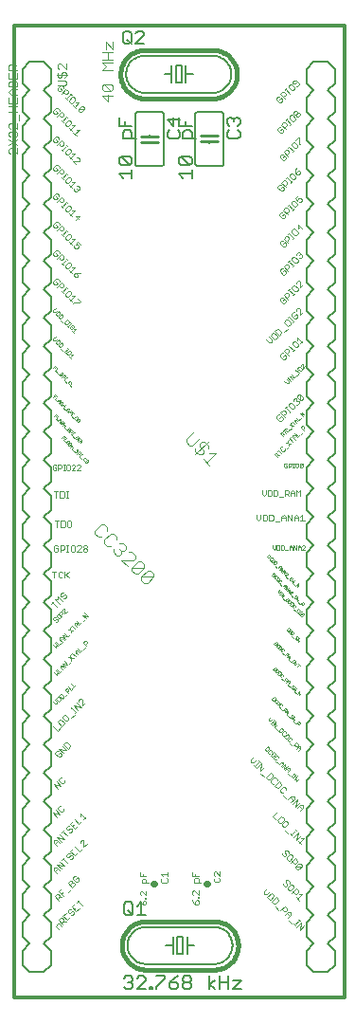
<source format=gto>
G75*
G70*
%OFA0B0*%
%FSLAX24Y24*%
%IPPOS*%
%LPD*%
%AMOC8*
5,1,8,0,0,1.08239X$1,22.5*
%
%ADD10C,0.0030*%
%ADD11C,0.0020*%
%ADD12C,0.0010*%
%ADD13C,0.0120*%
%ADD14C,0.0160*%
%ADD15C,0.0060*%
%ADD16C,0.0050*%
%ADD17C,0.0220*%
%ADD18C,0.0100*%
%ADD19C,0.0040*%
%ADD20C,0.0080*%
D10*
X000377Y029850D02*
X000329Y029898D01*
X000329Y029995D01*
X000377Y030043D01*
X000426Y030043D01*
X000619Y029850D01*
X000619Y030043D01*
X000619Y030144D02*
X000329Y030338D01*
X000377Y030439D02*
X000329Y030487D01*
X000329Y030584D01*
X000377Y030633D01*
X000426Y030633D01*
X000474Y030584D01*
X000522Y030633D01*
X000571Y030633D01*
X000619Y030584D01*
X000619Y030487D01*
X000571Y030439D01*
X000619Y030338D02*
X000329Y030144D01*
X000474Y030536D02*
X000474Y030584D01*
X000377Y030734D02*
X000329Y030782D01*
X000329Y030879D01*
X000377Y030927D01*
X000426Y030927D01*
X000619Y030734D01*
X000619Y030927D01*
X000667Y031028D02*
X000667Y031222D01*
X000619Y031323D02*
X000329Y031323D01*
X000474Y031323D02*
X000474Y031516D01*
X000474Y031618D02*
X000474Y031714D01*
X000329Y031618D02*
X000619Y031618D01*
X000619Y031811D01*
X000619Y031912D02*
X000426Y031912D01*
X000329Y032009D01*
X000426Y032106D01*
X000619Y032106D01*
X000619Y032207D02*
X000619Y032352D01*
X000571Y032400D01*
X000377Y032400D01*
X000329Y032352D01*
X000329Y032207D01*
X000619Y032207D01*
X000619Y032502D02*
X000619Y032695D01*
X000619Y032796D02*
X000329Y032796D01*
X000329Y032941D01*
X000377Y032990D01*
X000474Y032990D01*
X000522Y032941D01*
X000522Y032796D01*
X000522Y032893D02*
X000619Y032990D01*
X000619Y032502D02*
X000329Y032502D01*
X000329Y032695D01*
X000474Y032598D02*
X000474Y032502D01*
X000474Y032106D02*
X000474Y031912D01*
X000329Y031811D02*
X000329Y031618D01*
X000329Y031516D02*
X000619Y031516D01*
X002049Y032237D02*
X002291Y032237D01*
X002339Y032285D01*
X002339Y032382D01*
X002291Y032430D01*
X002049Y032430D01*
X002097Y032532D02*
X002049Y032580D01*
X002049Y032677D01*
X002097Y032725D01*
X002097Y032826D02*
X002049Y032875D01*
X002049Y032971D01*
X002097Y033020D01*
X002146Y033020D01*
X002339Y032826D01*
X002339Y033020D01*
X002291Y032725D02*
X002242Y032725D01*
X002194Y032677D01*
X002194Y032580D01*
X002146Y032532D01*
X002097Y032532D01*
X002000Y032628D02*
X002387Y032628D01*
X002339Y032580D02*
X002339Y032677D01*
X002291Y032725D01*
X002339Y032580D02*
X002291Y032532D01*
X003623Y032791D02*
X003746Y032915D01*
X003623Y033038D01*
X003993Y033038D01*
X003993Y033160D02*
X003623Y033160D01*
X003808Y033160D02*
X003808Y033406D01*
X003746Y033528D02*
X003746Y033775D01*
X003993Y033528D01*
X003993Y033775D01*
X003993Y033406D02*
X003623Y033406D01*
X003623Y032791D02*
X003993Y032791D01*
X003932Y032301D02*
X003993Y032240D01*
X003993Y032116D01*
X003932Y032055D01*
X003685Y032301D01*
X003932Y032301D01*
X003932Y032055D02*
X003685Y032055D01*
X003623Y032116D01*
X003623Y032240D01*
X003685Y032301D01*
X003808Y031933D02*
X003808Y031686D01*
X003623Y031871D01*
X003993Y031871D01*
D11*
X002976Y031473D02*
X002976Y031421D01*
X002769Y031421D01*
X002769Y031369D01*
X002821Y031318D01*
X002872Y031318D01*
X002976Y031421D01*
X002976Y031473D02*
X002924Y031525D01*
X002872Y031525D01*
X002769Y031421D01*
X002690Y031448D02*
X002587Y031552D01*
X002638Y031500D02*
X002794Y031656D01*
X002690Y031656D01*
X002664Y031734D02*
X002664Y031786D01*
X002612Y031838D01*
X002560Y031838D01*
X002456Y031734D01*
X002456Y031682D01*
X002508Y031630D01*
X002560Y031630D01*
X002664Y031734D01*
X002534Y031916D02*
X002482Y031968D01*
X002508Y031942D02*
X002352Y031786D01*
X002326Y031812D02*
X002378Y031760D01*
X002352Y031942D02*
X002300Y031942D01*
X002222Y032020D01*
X002170Y031968D02*
X002326Y032124D01*
X002403Y032046D01*
X002403Y031994D01*
X002352Y031942D01*
X002247Y032151D02*
X002247Y032203D01*
X002195Y032254D01*
X002143Y032254D01*
X002040Y032151D01*
X002040Y032099D01*
X002092Y032047D01*
X002143Y032047D01*
X002195Y032099D01*
X002143Y032151D01*
X002050Y031450D02*
X001998Y031450D01*
X001894Y031346D01*
X001894Y031294D01*
X001946Y031242D01*
X001998Y031242D01*
X002050Y031294D01*
X001998Y031346D01*
X002102Y031346D02*
X002102Y031398D01*
X002050Y031450D01*
X002180Y031319D02*
X002024Y031164D01*
X002076Y031216D02*
X002154Y031138D01*
X002206Y031138D01*
X002258Y031190D01*
X002258Y031241D01*
X002180Y031319D01*
X002336Y031163D02*
X002388Y031111D01*
X002362Y031137D02*
X002207Y030981D01*
X002181Y031007D02*
X002233Y030955D01*
X002311Y030929D02*
X002311Y030877D01*
X002363Y030825D01*
X002414Y030825D01*
X002518Y030929D01*
X002518Y030981D01*
X002466Y031033D01*
X002414Y031033D01*
X002311Y030929D01*
X002441Y030747D02*
X002545Y030643D01*
X002493Y030695D02*
X002649Y030851D01*
X002545Y030851D01*
X002701Y030694D02*
X002805Y030694D01*
X002649Y030539D01*
X002597Y030591D02*
X002701Y030487D01*
X002360Y030132D02*
X002204Y029976D01*
X002178Y030002D02*
X002230Y029950D01*
X002308Y029924D02*
X002308Y029872D01*
X002360Y029820D01*
X002412Y029820D01*
X002516Y029924D01*
X002516Y029976D01*
X002464Y030028D01*
X002412Y030028D01*
X002308Y029924D01*
X002386Y030106D02*
X002334Y030158D01*
X002255Y030184D02*
X002204Y030132D01*
X002152Y030132D01*
X002074Y030210D01*
X002022Y030158D02*
X002178Y030314D01*
X002255Y030236D01*
X002255Y030184D01*
X002439Y029742D02*
X002542Y029638D01*
X002490Y029690D02*
X002646Y029845D01*
X002542Y029845D01*
X002595Y029585D02*
X002802Y029585D01*
X002828Y029611D01*
X002828Y029663D01*
X002776Y029715D01*
X002724Y029715D01*
X002595Y029585D02*
X002699Y029481D01*
X002363Y029136D02*
X002207Y028980D01*
X002181Y029006D02*
X002233Y028954D01*
X002311Y028928D02*
X002311Y028876D01*
X002363Y028824D01*
X002415Y028824D01*
X002519Y028928D01*
X002519Y028980D01*
X002467Y029031D01*
X002415Y029031D01*
X002311Y028928D01*
X002389Y029110D02*
X002337Y029162D01*
X002258Y029188D02*
X002206Y029136D01*
X002155Y029136D01*
X002077Y029214D01*
X002025Y029162D02*
X002180Y029318D01*
X002258Y029240D01*
X002258Y029188D01*
X002441Y028746D02*
X002545Y028642D01*
X002493Y028694D02*
X002649Y028849D01*
X002545Y028849D01*
X002624Y028615D02*
X002624Y028563D01*
X002675Y028511D01*
X002727Y028511D01*
X002753Y028537D01*
X002753Y028589D01*
X002727Y028615D01*
X002753Y028589D02*
X002805Y028589D01*
X002831Y028615D01*
X002831Y028667D01*
X002779Y028719D01*
X002727Y028719D01*
X002464Y028031D02*
X002516Y027980D01*
X002516Y027928D01*
X002412Y027824D01*
X002360Y027824D01*
X002308Y027876D01*
X002308Y027928D01*
X002412Y028031D01*
X002464Y028031D01*
X002386Y028110D02*
X002334Y028162D01*
X002360Y028136D02*
X002204Y027980D01*
X002178Y028006D02*
X002230Y027954D01*
X002204Y028136D02*
X002255Y028188D01*
X002255Y028240D01*
X002178Y028318D01*
X002022Y028162D01*
X002074Y028214D02*
X002152Y028136D01*
X002204Y028136D01*
X002047Y028292D02*
X001995Y028344D01*
X002047Y028292D02*
X001995Y028241D01*
X001944Y028241D01*
X001892Y028292D01*
X001892Y028344D01*
X001995Y028448D01*
X002047Y028448D01*
X002099Y028396D01*
X002099Y028344D01*
X001998Y029241D02*
X001946Y029241D01*
X001895Y029292D01*
X001895Y029344D01*
X001998Y029448D01*
X002050Y029448D01*
X002102Y029396D01*
X002102Y029344D01*
X002050Y029292D02*
X001998Y029344D01*
X002050Y029292D02*
X001998Y029241D01*
X001995Y030237D02*
X001944Y030237D01*
X001892Y030289D01*
X001892Y030340D01*
X001995Y030444D01*
X002047Y030444D01*
X002099Y030392D01*
X002099Y030340D01*
X002047Y030289D02*
X001995Y030340D01*
X002047Y030289D02*
X001995Y030237D01*
X002542Y027849D02*
X002646Y027849D01*
X002490Y027694D01*
X002439Y027746D02*
X002542Y027642D01*
X002673Y027667D02*
X002776Y027563D01*
X002673Y027511D02*
X002828Y027667D01*
X002673Y027667D01*
X002337Y027163D02*
X002389Y027111D01*
X002363Y027137D02*
X002208Y026981D01*
X002182Y027007D02*
X002234Y026955D01*
X002312Y026929D02*
X002312Y026877D01*
X002364Y026825D01*
X002416Y026825D01*
X002519Y026929D01*
X002519Y026981D01*
X002467Y027033D01*
X002416Y027033D01*
X002312Y026929D01*
X002442Y026747D02*
X002546Y026643D01*
X002494Y026695D02*
X002650Y026851D01*
X002546Y026851D01*
X002676Y026669D02*
X002754Y026643D01*
X002780Y026617D01*
X002780Y026565D01*
X002728Y026513D01*
X002676Y026513D01*
X002624Y026565D01*
X002624Y026617D01*
X002676Y026669D02*
X002754Y026746D01*
X002858Y026643D01*
X002468Y026028D02*
X002520Y025976D01*
X002520Y025924D01*
X002416Y025820D01*
X002364Y025820D01*
X002312Y025872D01*
X002312Y025924D01*
X002416Y026028D01*
X002468Y026028D01*
X002390Y026106D02*
X002338Y026158D01*
X002364Y026132D02*
X002208Y025976D01*
X002182Y026002D02*
X002234Y025950D01*
X002207Y026132D02*
X002259Y026184D01*
X002259Y026236D01*
X002181Y026314D01*
X002026Y026158D01*
X002078Y026210D02*
X002156Y026132D01*
X002207Y026132D01*
X002051Y026289D02*
X001999Y026340D01*
X002051Y026289D02*
X001999Y026237D01*
X001947Y026237D01*
X001896Y026289D01*
X001896Y026340D01*
X001999Y026444D01*
X002051Y026444D01*
X002103Y026392D01*
X002103Y026340D01*
X002442Y025742D02*
X002546Y025638D01*
X002494Y025690D02*
X002650Y025845D01*
X002546Y025845D01*
X002676Y025663D02*
X002754Y025585D01*
X002754Y025533D01*
X002728Y025507D01*
X002676Y025507D01*
X002625Y025559D01*
X002625Y025611D01*
X002676Y025663D01*
X002780Y025663D01*
X002858Y025637D01*
X002649Y024849D02*
X002493Y024694D01*
X002441Y024746D02*
X002545Y024642D01*
X002598Y024589D02*
X002624Y024615D01*
X002831Y024615D01*
X002857Y024641D01*
X002753Y024745D01*
X002649Y024849D02*
X002545Y024849D01*
X002519Y024928D02*
X002519Y024980D01*
X002467Y025031D01*
X002415Y025031D01*
X002311Y024928D01*
X002311Y024876D01*
X002363Y024824D01*
X002415Y024824D01*
X002519Y024928D01*
X002389Y025110D02*
X002337Y025162D01*
X002363Y025136D02*
X002207Y024980D01*
X002181Y025006D02*
X002233Y024954D01*
X002206Y025136D02*
X002258Y025188D01*
X002258Y025240D01*
X002180Y025318D01*
X002025Y025162D01*
X002077Y025214D02*
X002154Y025136D01*
X002206Y025136D01*
X002050Y025292D02*
X001998Y025344D01*
X002050Y025292D02*
X001998Y025241D01*
X001946Y025241D01*
X001894Y025292D01*
X001894Y025344D01*
X001998Y025448D01*
X002050Y025448D01*
X002102Y025396D01*
X002102Y025344D01*
X002155Y027138D02*
X002077Y027216D01*
X002025Y027164D02*
X002181Y027319D01*
X002259Y027241D01*
X002259Y027190D01*
X002207Y027138D01*
X002155Y027138D01*
X002051Y027294D02*
X001999Y027346D01*
X002051Y027294D02*
X001999Y027242D01*
X001947Y027242D01*
X001895Y027294D01*
X001895Y027346D01*
X001999Y027450D01*
X002051Y027450D01*
X002103Y027398D01*
X002103Y027346D01*
X002060Y018906D02*
X002149Y018906D01*
X002178Y018876D01*
X002178Y018817D01*
X002149Y018788D01*
X002060Y018788D01*
X002060Y018729D02*
X002060Y018906D01*
X001997Y018876D02*
X001968Y018906D01*
X001909Y018906D01*
X001879Y018876D01*
X001879Y018758D01*
X001909Y018729D01*
X001968Y018729D01*
X001997Y018758D01*
X001997Y018817D01*
X001938Y018817D01*
X001911Y017977D02*
X002057Y017977D01*
X001984Y017977D02*
X001984Y017757D01*
X002132Y017757D02*
X002132Y017977D01*
X002242Y017977D01*
X002278Y017941D01*
X002278Y017794D01*
X002242Y017757D01*
X002132Y017757D01*
X002353Y017757D02*
X002426Y017757D01*
X002389Y017757D02*
X002389Y017977D01*
X002353Y017977D02*
X002426Y017977D01*
X002451Y018729D02*
X002480Y018758D01*
X002480Y018876D01*
X002451Y018906D01*
X002392Y018906D01*
X002362Y018876D01*
X002362Y018758D01*
X002392Y018729D01*
X002451Y018729D01*
X002544Y018729D02*
X002662Y018847D01*
X002662Y018876D01*
X002632Y018906D01*
X002573Y018906D01*
X002544Y018876D01*
X002544Y018729D02*
X002662Y018729D01*
X002725Y018729D02*
X002843Y018847D01*
X002843Y018876D01*
X002813Y018906D01*
X002754Y018906D01*
X002725Y018876D01*
X002725Y018729D02*
X002843Y018729D01*
X002301Y018729D02*
X002242Y018729D01*
X002271Y018729D02*
X002271Y018906D01*
X002242Y018906D02*
X002301Y018906D01*
X002274Y016953D02*
X002164Y016953D01*
X002164Y016733D01*
X002274Y016733D01*
X002311Y016769D01*
X002311Y016916D01*
X002274Y016953D01*
X002385Y016916D02*
X002385Y016769D01*
X002422Y016733D01*
X002495Y016733D01*
X002532Y016769D01*
X002532Y016916D01*
X002495Y016953D01*
X002422Y016953D01*
X002385Y016916D01*
X002090Y016953D02*
X001943Y016953D01*
X002016Y016953D02*
X002016Y016733D01*
X002024Y016080D02*
X001951Y016080D01*
X001914Y016043D01*
X001914Y015896D01*
X001951Y015860D01*
X002024Y015860D01*
X002061Y015896D01*
X002061Y015970D01*
X001988Y015970D01*
X002061Y016043D02*
X002024Y016080D01*
X002135Y016080D02*
X002135Y015860D01*
X002135Y015933D02*
X002245Y015933D01*
X002282Y015970D01*
X002282Y016043D01*
X002245Y016080D01*
X002135Y016080D01*
X002356Y016080D02*
X002430Y016080D01*
X002393Y016080D02*
X002393Y015860D01*
X002356Y015860D02*
X002430Y015860D01*
X002504Y015896D02*
X002540Y015860D01*
X002614Y015860D01*
X002650Y015896D01*
X002650Y016043D01*
X002614Y016080D01*
X002540Y016080D01*
X002504Y016043D01*
X002504Y015896D01*
X002725Y015860D02*
X002871Y016006D01*
X002871Y016043D01*
X002835Y016080D01*
X002761Y016080D01*
X002725Y016043D01*
X002725Y015860D02*
X002871Y015860D01*
X002946Y015896D02*
X002946Y015933D01*
X002982Y015970D01*
X003056Y015970D01*
X003092Y015933D01*
X003092Y015896D01*
X003056Y015860D01*
X002982Y015860D01*
X002946Y015896D01*
X002982Y015970D02*
X002946Y016006D01*
X002946Y016043D01*
X002982Y016080D01*
X003056Y016080D01*
X003092Y016043D01*
X003092Y016006D01*
X003056Y015970D01*
X002434Y015167D02*
X002288Y015020D01*
X002324Y015057D02*
X002434Y014947D01*
X002288Y014947D02*
X002288Y015167D01*
X002213Y015130D02*
X002177Y015167D01*
X002103Y015167D01*
X002067Y015130D01*
X002067Y014983D01*
X002103Y014947D01*
X002177Y014947D01*
X002213Y014983D01*
X001992Y015167D02*
X001846Y015167D01*
X001919Y015167D02*
X001919Y014947D01*
X002190Y014414D02*
X002138Y014362D01*
X002138Y014310D01*
X002164Y014284D01*
X002216Y014284D01*
X002268Y014336D01*
X002320Y014336D01*
X002346Y014310D01*
X002346Y014258D01*
X002294Y014207D01*
X002242Y014207D01*
X002216Y014128D02*
X002060Y014284D01*
X002060Y014180D01*
X001956Y014180D01*
X002112Y014024D01*
X002008Y013920D02*
X001852Y014076D01*
X001800Y014024D02*
X001904Y014128D01*
X002190Y014414D02*
X002242Y014414D01*
X002843Y010688D02*
X002791Y010636D01*
X002791Y010584D01*
X002713Y010558D02*
X002869Y010402D01*
X002609Y010454D01*
X002765Y010298D01*
X002713Y010246D02*
X002661Y010194D01*
X002687Y010220D02*
X002531Y010376D01*
X002505Y010350D02*
X002557Y010402D01*
X002634Y010116D02*
X002531Y010012D01*
X002426Y010011D02*
X002426Y009960D01*
X002374Y009908D01*
X002322Y009908D01*
X002219Y010011D01*
X002219Y010063D01*
X002270Y010115D01*
X002322Y010115D01*
X002426Y010011D01*
X002270Y009855D02*
X002166Y009959D01*
X002114Y009959D01*
X002036Y009881D01*
X002192Y009725D01*
X002270Y009803D01*
X002270Y009855D01*
X002140Y009673D02*
X002036Y009569D01*
X001880Y009725D01*
X002200Y009029D02*
X002356Y008874D01*
X002096Y008926D01*
X002252Y008770D01*
X002174Y008744D02*
X002122Y008795D01*
X002070Y008744D01*
X002070Y008847D02*
X002018Y008847D01*
X001966Y008795D01*
X001966Y008744D01*
X002070Y008640D01*
X002122Y008640D01*
X002174Y008692D01*
X002174Y008744D01*
X002408Y008926D02*
X002253Y009082D01*
X002330Y009160D01*
X002382Y009160D01*
X002486Y009056D01*
X002486Y009004D01*
X002408Y008926D01*
X002187Y007915D02*
X002135Y007915D01*
X002083Y007863D01*
X002083Y007811D01*
X002187Y007707D01*
X002239Y007707D01*
X002291Y007759D01*
X002291Y007811D01*
X002161Y007629D02*
X002005Y007784D01*
X001901Y007681D02*
X002057Y007525D01*
X002161Y007629D02*
X001901Y007681D01*
X002104Y006911D02*
X002052Y006859D01*
X002052Y006807D01*
X002156Y006703D01*
X002207Y006703D01*
X002259Y006755D01*
X002259Y006807D01*
X002156Y006911D02*
X002104Y006911D01*
X001973Y006781D02*
X002129Y006625D01*
X001870Y006677D01*
X002025Y006521D01*
X002273Y006078D02*
X002169Y005974D01*
X002221Y006026D02*
X002377Y005870D01*
X002272Y005766D02*
X002117Y005922D01*
X002013Y005818D02*
X002272Y005766D01*
X002168Y005662D02*
X002013Y005818D01*
X002012Y005714D02*
X002116Y005610D01*
X002038Y005688D02*
X001934Y005584D01*
X001908Y005610D02*
X001908Y005714D01*
X002012Y005714D01*
X001908Y005610D02*
X002012Y005506D01*
X002286Y005120D02*
X002183Y005016D01*
X002234Y005068D02*
X002390Y004912D01*
X002286Y004808D02*
X002130Y004964D01*
X002026Y004860D02*
X002182Y004704D01*
X002130Y004652D02*
X002026Y004755D01*
X001922Y004755D01*
X001922Y004652D01*
X002026Y004548D01*
X001948Y004626D02*
X002052Y004729D01*
X002026Y004860D02*
X002286Y004808D01*
X002468Y005042D02*
X002520Y005042D01*
X002572Y005094D01*
X002572Y005146D01*
X002546Y005172D01*
X002494Y005172D01*
X002443Y005120D01*
X002391Y005120D01*
X002365Y005146D01*
X002365Y005198D01*
X002417Y005250D01*
X002468Y005250D01*
X002495Y005328D02*
X002651Y005173D01*
X002754Y005277D01*
X002807Y005329D02*
X002911Y005433D01*
X002963Y005485D02*
X002963Y005693D01*
X002937Y005719D01*
X002885Y005719D01*
X002833Y005667D01*
X002833Y005615D01*
X002963Y005485D02*
X003067Y005589D01*
X002807Y005329D02*
X002651Y005485D01*
X002599Y005432D02*
X002495Y005328D01*
X002573Y005251D02*
X002625Y005302D01*
X002507Y006001D02*
X002455Y006001D01*
X002507Y006001D02*
X002559Y006053D01*
X002559Y006105D01*
X002533Y006130D01*
X002481Y006130D01*
X002429Y006079D01*
X002377Y006079D01*
X002351Y006105D01*
X002351Y006156D01*
X002403Y006208D01*
X002455Y006208D01*
X002481Y006287D02*
X002637Y006131D01*
X002741Y006235D01*
X002793Y006287D02*
X002897Y006391D01*
X002950Y006443D02*
X003053Y006547D01*
X003001Y006495D02*
X002846Y006651D01*
X002846Y006547D01*
X002638Y006443D02*
X002793Y006287D01*
X002611Y006261D02*
X002559Y006209D01*
X002481Y006287D02*
X002585Y006390D01*
X002636Y004457D02*
X002584Y004405D01*
X002584Y004353D01*
X002688Y004250D01*
X002740Y004250D01*
X002792Y004302D01*
X002792Y004353D01*
X002740Y004405D01*
X002688Y004353D01*
X002688Y004457D02*
X002636Y004457D01*
X002531Y004301D02*
X002557Y004275D01*
X002557Y004223D01*
X002480Y004145D01*
X002557Y004067D02*
X002635Y004145D01*
X002635Y004197D01*
X002609Y004223D01*
X002557Y004223D01*
X002531Y004301D02*
X002480Y004301D01*
X002402Y004223D01*
X002557Y004067D01*
X002531Y003989D02*
X002427Y003885D01*
X002245Y003755D02*
X002089Y003911D01*
X002193Y004014D01*
X002219Y003885D02*
X002167Y003833D01*
X002115Y003780D02*
X002115Y003729D01*
X002037Y003651D01*
X002089Y003703D02*
X002193Y003703D01*
X002115Y003780D02*
X002063Y003832D01*
X002011Y003832D01*
X001933Y003754D01*
X002089Y003599D01*
X002335Y003164D02*
X002231Y003060D01*
X002387Y002905D01*
X002491Y003009D01*
X002517Y003087D02*
X002569Y003087D01*
X002621Y003139D01*
X002621Y003191D01*
X002595Y003217D01*
X002543Y003217D01*
X002491Y003165D01*
X002439Y003165D01*
X002413Y003191D01*
X002413Y003243D01*
X002465Y003295D01*
X002517Y003295D01*
X002544Y003373D02*
X002699Y003217D01*
X002803Y003321D01*
X002673Y003347D02*
X002621Y003295D01*
X002544Y003373D02*
X002647Y003477D01*
X002700Y003529D02*
X002804Y003633D01*
X002752Y003581D02*
X002907Y003425D01*
X002361Y003035D02*
X002309Y002983D01*
X002257Y002930D02*
X002257Y002878D01*
X002179Y002800D01*
X002231Y002749D02*
X002075Y002904D01*
X002153Y002982D01*
X002205Y002982D01*
X002257Y002930D01*
X002231Y002852D02*
X002334Y002852D01*
X002178Y002696D02*
X002100Y002774D01*
X002049Y002774D01*
X001971Y002696D01*
X002074Y002592D01*
X004940Y003588D02*
X004976Y003515D01*
X005050Y003441D01*
X005050Y003551D01*
X005086Y003588D01*
X005123Y003588D01*
X005160Y003551D01*
X005160Y003478D01*
X005123Y003441D01*
X005050Y003441D01*
X005123Y003662D02*
X005123Y003699D01*
X005160Y003699D01*
X005160Y003662D01*
X005123Y003662D01*
X005160Y003773D02*
X005013Y003920D01*
X004976Y003920D01*
X004940Y003883D01*
X004940Y003810D01*
X004976Y003773D01*
X005160Y003773D02*
X005160Y003920D01*
X005160Y004215D02*
X005160Y004325D01*
X005123Y004362D01*
X005050Y004362D01*
X005013Y004325D01*
X005013Y004215D01*
X005233Y004215D01*
X005160Y004436D02*
X004940Y004436D01*
X004940Y004583D01*
X005050Y004509D02*
X005050Y004436D01*
X005690Y004522D02*
X005763Y004448D01*
X005726Y004374D02*
X005690Y004337D01*
X005690Y004264D01*
X005726Y004227D01*
X005873Y004227D01*
X005910Y004264D01*
X005910Y004337D01*
X005873Y004374D01*
X005910Y004448D02*
X005910Y004595D01*
X005910Y004522D02*
X005690Y004522D01*
X006786Y004452D02*
X006786Y004599D01*
X006896Y004525D02*
X006896Y004452D01*
X006896Y004378D02*
X006969Y004378D01*
X007006Y004341D01*
X007006Y004231D01*
X007079Y004231D02*
X006859Y004231D01*
X006859Y004341D01*
X006896Y004378D01*
X007006Y004452D02*
X006786Y004452D01*
X006822Y003936D02*
X006786Y003899D01*
X006786Y003826D01*
X006822Y003789D01*
X006822Y003936D02*
X006859Y003936D01*
X007006Y003789D01*
X007006Y003936D01*
X007006Y003715D02*
X007006Y003679D01*
X006969Y003679D01*
X006969Y003715D01*
X007006Y003715D01*
X006969Y003604D02*
X006933Y003604D01*
X006896Y003568D01*
X006896Y003458D01*
X006969Y003458D01*
X007006Y003494D01*
X007006Y003568D01*
X006969Y003604D01*
X006896Y003458D02*
X006822Y003531D01*
X006786Y003604D01*
X007536Y004280D02*
X007572Y004244D01*
X007719Y004244D01*
X007756Y004280D01*
X007756Y004354D01*
X007719Y004390D01*
X007756Y004465D02*
X007609Y004611D01*
X007572Y004611D01*
X007536Y004575D01*
X007536Y004501D01*
X007572Y004465D01*
X007572Y004390D02*
X007536Y004354D01*
X007536Y004280D01*
X007756Y004465D02*
X007756Y004611D01*
X009066Y008248D02*
X009221Y008403D01*
X009170Y008144D01*
X009325Y008300D01*
X009169Y008456D02*
X009117Y008508D01*
X009143Y008482D02*
X008988Y008326D01*
X008962Y008352D02*
X009014Y008300D01*
X008961Y008456D02*
X009065Y008560D01*
X008961Y008456D02*
X008857Y008456D01*
X008857Y008560D01*
X008961Y008664D01*
X009196Y008066D02*
X009300Y007962D01*
X009378Y007935D02*
X009456Y007857D01*
X009508Y007857D01*
X009612Y007961D01*
X009612Y008013D01*
X009534Y008091D01*
X009378Y007935D01*
X009560Y007805D02*
X009560Y007753D01*
X009612Y007701D01*
X009664Y007701D01*
X009691Y007623D02*
X009769Y007545D01*
X009820Y007545D01*
X009924Y007649D01*
X009924Y007701D01*
X009846Y007778D01*
X009691Y007623D01*
X009768Y007805D02*
X009768Y007857D01*
X009716Y007909D01*
X009664Y007909D01*
X009560Y007805D01*
X009873Y007492D02*
X009873Y007441D01*
X009925Y007389D01*
X009977Y007389D01*
X009977Y007284D02*
X010081Y007180D01*
X010159Y007154D02*
X010263Y007258D01*
X010367Y007258D01*
X010367Y007154D01*
X010263Y007050D01*
X010316Y006998D02*
X010471Y007153D01*
X010419Y006894D01*
X010575Y007050D01*
X010576Y006945D02*
X010679Y006945D01*
X010679Y006841D01*
X010576Y006738D01*
X010653Y006815D02*
X010550Y006919D01*
X010576Y006945D02*
X010472Y006841D01*
X010341Y007128D02*
X010237Y007232D01*
X010080Y007492D02*
X010080Y007544D01*
X010029Y007596D01*
X009977Y007596D01*
X009873Y007492D01*
X009775Y006719D02*
X009619Y006563D01*
X009723Y006460D01*
X009776Y006407D02*
X009853Y006329D01*
X009905Y006329D01*
X010009Y006433D01*
X010009Y006485D01*
X009931Y006563D01*
X009776Y006407D01*
X009958Y006277D02*
X009958Y006225D01*
X010010Y006173D01*
X010061Y006173D01*
X010165Y006277D01*
X010165Y006329D01*
X010113Y006381D01*
X010061Y006381D01*
X009958Y006277D01*
X010062Y006069D02*
X010166Y005965D01*
X010244Y005938D02*
X010296Y005886D01*
X010270Y005912D02*
X010426Y006068D01*
X010400Y006094D02*
X010452Y006042D01*
X010504Y005990D02*
X010452Y005730D01*
X010608Y005886D01*
X010608Y005782D02*
X010712Y005782D01*
X010556Y005626D01*
X010505Y005678D02*
X010608Y005574D01*
X010348Y005834D02*
X010504Y005990D01*
X010115Y005364D02*
X010167Y005312D01*
X010167Y005260D01*
X010220Y005208D02*
X010116Y005104D01*
X010116Y005052D01*
X010168Y005000D01*
X010220Y005000D01*
X010323Y005104D01*
X010323Y005156D01*
X010271Y005208D01*
X010220Y005208D01*
X010089Y005182D02*
X010063Y005156D01*
X010011Y005156D01*
X009960Y005208D01*
X009960Y005260D01*
X010037Y005286D02*
X010089Y005234D01*
X010089Y005182D01*
X010037Y005286D02*
X010037Y005338D01*
X010063Y005364D01*
X010115Y005364D01*
X010402Y005077D02*
X010246Y004922D01*
X010298Y004973D02*
X010376Y004896D01*
X010428Y004896D01*
X010480Y004948D01*
X010480Y004999D01*
X010402Y005077D01*
X010532Y004895D02*
X010428Y004791D01*
X010636Y004791D01*
X010532Y004687D01*
X010480Y004687D01*
X010428Y004739D01*
X010428Y004791D01*
X010532Y004895D02*
X010584Y004895D01*
X010636Y004843D01*
X010636Y004791D01*
X010436Y004016D02*
X010514Y003939D01*
X010514Y003887D01*
X010462Y003835D01*
X010410Y003835D01*
X010332Y003913D01*
X010280Y003861D02*
X010436Y004016D01*
X010357Y004043D02*
X010357Y004095D01*
X010305Y004147D01*
X010254Y004147D01*
X010150Y004043D01*
X010150Y003991D01*
X010202Y003939D01*
X010254Y003939D01*
X010357Y004043D01*
X010201Y004199D02*
X010201Y004251D01*
X010149Y004303D01*
X010097Y004303D01*
X010071Y004277D01*
X010071Y004225D01*
X010123Y004173D01*
X010123Y004121D01*
X010097Y004095D01*
X010045Y004095D01*
X009994Y004147D01*
X009994Y004199D01*
X009658Y003788D02*
X009581Y003865D01*
X009425Y003710D01*
X009503Y003632D01*
X009555Y003632D01*
X009658Y003736D01*
X009658Y003788D01*
X009737Y003709D02*
X009815Y003631D01*
X009815Y003579D01*
X009711Y003476D01*
X009659Y003476D01*
X009581Y003554D01*
X009737Y003709D01*
X009528Y003918D02*
X009424Y003814D01*
X009321Y003814D01*
X009321Y003918D01*
X009424Y004022D01*
X009711Y003371D02*
X009815Y003267D01*
X009894Y003241D02*
X010049Y003397D01*
X010127Y003319D01*
X010127Y003267D01*
X010075Y003215D01*
X010023Y003215D01*
X009945Y003293D01*
X010128Y003163D02*
X010231Y003059D01*
X010257Y003085D02*
X010154Y002981D01*
X010180Y002902D02*
X010284Y002799D01*
X010362Y002772D02*
X010414Y002720D01*
X010388Y002746D02*
X010544Y002902D01*
X010518Y002928D02*
X010570Y002876D01*
X010622Y002824D02*
X010570Y002564D01*
X010726Y002720D01*
X010622Y002824D02*
X010466Y002668D01*
X010257Y003085D02*
X010257Y003189D01*
X010154Y003189D01*
X010050Y003085D01*
X010540Y003601D02*
X010436Y003704D01*
X010488Y003652D02*
X010644Y003808D01*
X010540Y003808D01*
X009856Y016905D02*
X009709Y016905D01*
X009635Y016979D02*
X009635Y017126D01*
X009598Y017162D01*
X009488Y017162D01*
X009488Y016942D01*
X009598Y016942D01*
X009635Y016979D01*
X009414Y016979D02*
X009414Y017126D01*
X009377Y017162D01*
X009267Y017162D01*
X009267Y016942D01*
X009377Y016942D01*
X009414Y016979D01*
X009193Y017016D02*
X009193Y017162D01*
X009193Y017016D02*
X009120Y016942D01*
X009046Y017016D01*
X009046Y017162D01*
X009311Y017809D02*
X009245Y017875D01*
X009245Y018006D01*
X009377Y018006D02*
X009377Y017875D01*
X009311Y017809D01*
X009445Y017809D02*
X009445Y018006D01*
X009543Y018006D01*
X009576Y017973D01*
X009576Y017842D01*
X009543Y017809D01*
X009445Y017809D01*
X009644Y017809D02*
X009644Y018006D01*
X009743Y018006D01*
X009775Y017973D01*
X009775Y017842D01*
X009743Y017809D01*
X009644Y017809D01*
X009844Y017776D02*
X009975Y017776D01*
X010043Y017809D02*
X010043Y018006D01*
X010141Y018006D01*
X010174Y017973D01*
X010174Y017908D01*
X010141Y017875D01*
X010043Y017875D01*
X010109Y017875D02*
X010174Y017809D01*
X010242Y017809D02*
X010242Y017940D01*
X010308Y018006D01*
X010373Y017940D01*
X010373Y017809D01*
X010442Y017809D02*
X010442Y018006D01*
X010507Y017940D01*
X010573Y018006D01*
X010573Y017809D01*
X010373Y017908D02*
X010242Y017908D01*
X010298Y017162D02*
X010298Y016942D01*
X010151Y017162D01*
X010151Y016942D01*
X010077Y016942D02*
X010077Y017089D01*
X010004Y017162D01*
X009930Y017089D01*
X009930Y016942D01*
X009930Y017052D02*
X010077Y017052D01*
X010372Y017052D02*
X010519Y017052D01*
X010519Y017089D02*
X010519Y016942D01*
X010593Y016942D02*
X010740Y016942D01*
X010666Y016942D02*
X010666Y017162D01*
X010593Y017089D01*
X010519Y017089D02*
X010445Y017162D01*
X010372Y017089D01*
X010372Y016942D01*
X009917Y020463D02*
X009865Y020463D01*
X009761Y020566D01*
X009761Y020618D01*
X009813Y020670D01*
X009865Y020670D01*
X009917Y020618D02*
X009865Y020566D01*
X009917Y020618D02*
X009969Y020566D01*
X009969Y020514D01*
X009917Y020463D01*
X010047Y020593D02*
X009892Y020749D01*
X009970Y020826D01*
X010021Y020826D01*
X010073Y020774D01*
X010073Y020723D01*
X009996Y020645D01*
X010048Y020905D02*
X010100Y020957D01*
X010074Y020931D02*
X010230Y020775D01*
X010204Y020749D02*
X010256Y020801D01*
X010282Y020879D02*
X010178Y020983D01*
X010178Y021035D01*
X010230Y021087D01*
X010282Y021087D01*
X010386Y020983D01*
X010386Y020931D01*
X010334Y020879D01*
X010282Y020879D01*
X010438Y021035D02*
X010490Y021035D01*
X010542Y021087D01*
X010542Y021139D01*
X010516Y021165D01*
X010464Y021165D01*
X010438Y021139D01*
X010464Y021165D02*
X010464Y021217D01*
X010438Y021243D01*
X010386Y021243D01*
X010334Y021191D01*
X010334Y021139D01*
X010491Y021295D02*
X010491Y021347D01*
X010542Y021399D01*
X010594Y021399D01*
X010594Y021192D01*
X010646Y021192D01*
X010698Y021243D01*
X010698Y021295D01*
X010594Y021399D01*
X010491Y021295D02*
X010594Y021192D01*
X010041Y022628D02*
X010093Y022680D01*
X010093Y022732D01*
X010041Y022784D01*
X009989Y022732D01*
X009989Y022836D02*
X009937Y022836D01*
X009885Y022784D01*
X009885Y022732D01*
X009989Y022628D01*
X010041Y022628D01*
X010171Y022758D02*
X010016Y022914D01*
X010093Y022992D01*
X010145Y022992D01*
X010197Y022940D01*
X010197Y022888D01*
X010119Y022810D01*
X010172Y023070D02*
X010224Y023122D01*
X010198Y023096D02*
X010354Y022940D01*
X010328Y022915D02*
X010379Y022966D01*
X010406Y023045D02*
X010302Y023148D01*
X010302Y023200D01*
X010354Y023252D01*
X010406Y023252D01*
X010510Y023148D01*
X010510Y023096D01*
X010458Y023045D01*
X010406Y023045D01*
X010588Y023175D02*
X010692Y023279D01*
X010640Y023227D02*
X010484Y023382D01*
X010484Y023279D01*
X010160Y023776D02*
X010238Y023854D01*
X010238Y023906D01*
X010134Y024010D01*
X010082Y024010D01*
X010004Y023932D01*
X010160Y023776D01*
X010134Y023698D02*
X010030Y023594D01*
X009925Y023594D02*
X009822Y023697D01*
X009770Y023697D01*
X009692Y023619D01*
X009848Y023464D01*
X009925Y023542D01*
X009925Y023594D01*
X009769Y023437D02*
X009665Y023541D01*
X009614Y023541D01*
X009536Y023463D01*
X009691Y023308D01*
X009769Y023385D01*
X009769Y023437D01*
X009587Y023307D02*
X009483Y023411D01*
X009379Y023307D02*
X009483Y023203D01*
X009587Y023203D01*
X009587Y023307D01*
X009980Y024594D02*
X009877Y024698D01*
X009877Y024750D01*
X009929Y024802D01*
X009980Y024802D01*
X010032Y024750D02*
X009980Y024698D01*
X010032Y024750D02*
X010084Y024698D01*
X010084Y024646D01*
X010032Y024594D01*
X009980Y024594D01*
X010111Y024776D02*
X010189Y024854D01*
X010189Y024906D01*
X010137Y024958D01*
X010085Y024958D01*
X010007Y024880D01*
X010163Y024724D01*
X010319Y024880D02*
X010371Y024932D01*
X010345Y024906D02*
X010189Y025062D01*
X010163Y025036D02*
X010215Y025088D01*
X010293Y025114D02*
X010397Y025011D01*
X010449Y025011D01*
X010501Y025062D01*
X010501Y025114D01*
X010397Y025218D01*
X010345Y025218D01*
X010293Y025166D01*
X010293Y025114D01*
X010449Y025271D02*
X010449Y025322D01*
X010501Y025374D01*
X010553Y025374D01*
X010579Y025348D01*
X010579Y025141D01*
X010683Y025245D01*
X010449Y026017D02*
X010501Y026069D01*
X010501Y026121D01*
X010397Y026224D01*
X010345Y026224D01*
X010293Y026173D01*
X010293Y026121D01*
X010397Y026017D01*
X010449Y026017D01*
X010371Y025939D02*
X010319Y025887D01*
X010345Y025913D02*
X010189Y026068D01*
X010163Y026042D02*
X010215Y026094D01*
X010137Y025964D02*
X010188Y025912D01*
X010188Y025860D01*
X010111Y025782D01*
X010163Y025731D02*
X010007Y025886D01*
X010085Y025964D01*
X010137Y025964D01*
X009980Y025808D02*
X009928Y025808D01*
X009877Y025756D01*
X009877Y025704D01*
X009980Y025600D01*
X010032Y025600D01*
X010084Y025652D01*
X010084Y025704D01*
X010032Y025756D01*
X009980Y025704D01*
X009983Y026580D02*
X009879Y026684D01*
X009879Y026736D01*
X009931Y026788D01*
X009983Y026788D01*
X010034Y026736D02*
X009983Y026684D01*
X010034Y026736D02*
X010086Y026684D01*
X010086Y026632D01*
X010034Y026580D01*
X009983Y026580D01*
X010165Y026711D02*
X010009Y026866D01*
X010087Y026944D01*
X010139Y026944D01*
X010191Y026892D01*
X010191Y026840D01*
X010113Y026763D01*
X010165Y027023D02*
X010217Y027075D01*
X010191Y027049D02*
X010347Y026893D01*
X010321Y026867D02*
X010373Y026919D01*
X010399Y026997D02*
X010295Y027101D01*
X010295Y027153D01*
X010347Y027205D01*
X010399Y027205D01*
X010503Y027101D01*
X010503Y027049D01*
X010451Y026997D01*
X010399Y026997D01*
X010503Y027205D02*
X010607Y027309D01*
X010503Y027361D02*
X010503Y027205D01*
X010659Y027205D02*
X010503Y027361D01*
X010300Y027859D02*
X010352Y027911D01*
X010326Y027885D02*
X010170Y028041D01*
X010144Y028015D02*
X010196Y028067D01*
X010274Y028093D02*
X010378Y027989D01*
X010430Y027989D01*
X010482Y028041D01*
X010482Y028093D01*
X010378Y028197D01*
X010326Y028197D01*
X010274Y028145D01*
X010274Y028093D01*
X010118Y027937D02*
X010170Y027885D01*
X010170Y027833D01*
X010092Y027755D01*
X010144Y027703D02*
X009988Y027859D01*
X010066Y027937D01*
X010118Y027937D01*
X009961Y027780D02*
X009910Y027780D01*
X009858Y027729D01*
X009858Y027677D01*
X009961Y027573D01*
X010013Y027573D01*
X010065Y027625D01*
X010065Y027677D01*
X010013Y027729D01*
X009961Y027677D01*
X009954Y028542D02*
X010006Y028594D01*
X010006Y028646D01*
X009954Y028697D01*
X009902Y028646D01*
X009902Y028749D02*
X009850Y028749D01*
X009799Y028697D01*
X009799Y028646D01*
X009902Y028542D01*
X009954Y028542D01*
X010085Y028672D02*
X009929Y028828D01*
X010007Y028906D01*
X010059Y028906D01*
X010111Y028854D01*
X010111Y028802D01*
X010033Y028724D01*
X010241Y028828D02*
X010293Y028880D01*
X010267Y028854D02*
X010111Y029010D01*
X010085Y028984D02*
X010137Y029036D01*
X010215Y029062D02*
X010319Y028958D01*
X010371Y028958D01*
X010423Y029010D01*
X010423Y029062D01*
X010319Y029166D01*
X010267Y029166D01*
X010215Y029114D01*
X010215Y029062D01*
X010026Y029626D02*
X010078Y029677D01*
X010078Y029729D01*
X010026Y029781D01*
X009974Y029729D01*
X009974Y029626D02*
X010026Y029626D01*
X009974Y029626D02*
X009870Y029729D01*
X009870Y029781D01*
X009922Y029833D01*
X009974Y029833D01*
X010001Y029911D02*
X010078Y029989D01*
X010130Y029989D01*
X010182Y029937D01*
X010182Y029886D01*
X010104Y029808D01*
X010156Y029756D02*
X010001Y029911D01*
X010157Y030068D02*
X010209Y030120D01*
X010183Y030094D02*
X010338Y029938D01*
X010312Y029912D02*
X010364Y029964D01*
X010391Y030042D02*
X010287Y030146D01*
X010287Y030198D01*
X010339Y030250D01*
X010391Y030250D01*
X010494Y030146D01*
X010494Y030094D01*
X010443Y030042D01*
X010391Y030042D01*
X010547Y030198D02*
X010547Y030406D01*
X010521Y030432D01*
X010417Y030328D01*
X010547Y030198D02*
X010573Y030172D01*
X010230Y030866D02*
X010282Y030918D01*
X010256Y030892D02*
X010100Y031048D01*
X010074Y031022D02*
X010126Y031074D01*
X010204Y031100D02*
X010308Y030996D01*
X010360Y030996D01*
X010412Y031048D01*
X010412Y031100D01*
X010308Y031204D01*
X010256Y031204D01*
X010204Y031152D01*
X010204Y031100D01*
X010360Y031256D02*
X010386Y031230D01*
X010438Y031230D01*
X010490Y031282D01*
X010542Y031282D01*
X010568Y031256D01*
X010568Y031204D01*
X010516Y031153D01*
X010464Y031153D01*
X010438Y031178D01*
X010438Y031230D01*
X010490Y031282D02*
X010490Y031334D01*
X010464Y031360D01*
X010412Y031360D01*
X010360Y031308D01*
X010360Y031256D01*
X010048Y030944D02*
X010100Y030892D01*
X010100Y030840D01*
X010022Y030762D01*
X010074Y030710D02*
X009918Y030866D01*
X009996Y030944D01*
X010048Y030944D01*
X009943Y030735D02*
X009995Y030684D01*
X009995Y030632D01*
X009943Y030580D01*
X009891Y030580D01*
X009788Y030684D01*
X009788Y030735D01*
X009839Y030787D01*
X009891Y030787D01*
X009943Y030735D02*
X009891Y030684D01*
X009862Y031653D02*
X009914Y031653D01*
X009966Y031705D01*
X009966Y031757D01*
X009914Y031809D01*
X009862Y031757D01*
X009758Y031757D02*
X009862Y031653D01*
X009758Y031757D02*
X009758Y031809D01*
X009810Y031861D01*
X009862Y031861D01*
X009888Y031939D02*
X009966Y032017D01*
X010018Y032017D01*
X010070Y031965D01*
X010070Y031913D01*
X009992Y031836D01*
X010044Y031784D02*
X009888Y031939D01*
X010045Y032096D02*
X010097Y032147D01*
X010071Y032121D02*
X010226Y031966D01*
X010200Y031940D02*
X010252Y031992D01*
X010279Y032070D02*
X010175Y032174D01*
X010175Y032226D01*
X010227Y032278D01*
X010279Y032278D01*
X010382Y032174D01*
X010382Y032122D01*
X010330Y032070D01*
X010279Y032070D01*
X010435Y032226D02*
X010487Y032226D01*
X010539Y032278D01*
X010539Y032330D01*
X010435Y032434D01*
X010383Y032434D01*
X010331Y032382D01*
X010331Y032330D01*
X010357Y032304D01*
X010409Y032304D01*
X010487Y032382D01*
X010449Y029348D02*
X010423Y029270D01*
X010423Y029166D01*
X010501Y029244D01*
X010553Y029244D01*
X010579Y029218D01*
X010579Y029166D01*
X010527Y029115D01*
X010475Y029115D01*
X010423Y029166D01*
X010508Y028379D02*
X010405Y028275D01*
X010482Y028198D01*
X010508Y028275D01*
X010534Y028301D01*
X010586Y028301D01*
X010638Y028249D01*
X010638Y028198D01*
X010586Y028146D01*
X010534Y028146D01*
X010501Y026381D02*
X010553Y026381D01*
X010579Y026355D01*
X010579Y026303D01*
X010631Y026303D01*
X010657Y026277D01*
X010657Y026225D01*
X010605Y026173D01*
X010553Y026173D01*
X010553Y026277D02*
X010579Y026303D01*
X010501Y026381D02*
X010449Y026329D01*
X010449Y026277D01*
X010499Y024426D02*
X010447Y024374D01*
X010447Y024323D01*
X010394Y024270D02*
X010343Y024270D01*
X010291Y024218D01*
X010291Y024166D01*
X010394Y024063D01*
X010446Y024063D01*
X010498Y024114D01*
X010498Y024166D01*
X010446Y024218D01*
X010394Y024166D01*
X010368Y023984D02*
X010316Y023932D01*
X010342Y023958D02*
X010187Y024114D01*
X010161Y024088D02*
X010212Y024140D01*
X010499Y024426D02*
X010551Y024426D01*
X010577Y024400D01*
X010577Y024193D01*
X010680Y024297D01*
X003025Y010558D02*
X002921Y010454D01*
X002921Y010662D01*
X002895Y010688D01*
X002843Y010688D01*
D12*
X002514Y010999D02*
X002585Y011070D01*
X002618Y011104D02*
X002512Y011210D01*
X002408Y011106D02*
X002514Y010999D01*
X002428Y010984D02*
X002375Y010931D01*
X002410Y010895D02*
X002304Y011001D01*
X002357Y011054D01*
X002392Y011054D01*
X002428Y011019D01*
X002428Y010984D01*
X002394Y010844D02*
X002324Y010773D01*
X002255Y010775D02*
X002184Y010846D01*
X002149Y010846D01*
X002096Y010793D01*
X002202Y010687D01*
X002255Y010740D01*
X002255Y010775D01*
X002151Y010671D02*
X002080Y010742D01*
X002045Y010742D01*
X001992Y010689D01*
X002098Y010583D01*
X002151Y010636D01*
X002151Y010671D01*
X002029Y010585D02*
X001958Y010656D01*
X001887Y010585D02*
X001958Y010514D01*
X002029Y010514D01*
X002029Y010585D01*
X002009Y011515D02*
X001903Y011621D01*
X001974Y011692D02*
X002080Y011585D01*
X002009Y011585D01*
X002009Y011515D01*
X002113Y011619D02*
X002007Y011725D01*
X002113Y011619D02*
X002184Y011690D01*
X002217Y011723D02*
X002147Y011794D01*
X002147Y011864D01*
X002217Y011864D01*
X002288Y011794D01*
X002322Y011827D02*
X002215Y011933D01*
X002392Y011898D01*
X002286Y012004D01*
X002235Y011847D02*
X002164Y011776D01*
X002443Y011914D02*
X002514Y011984D01*
X002530Y012035D02*
X002494Y012212D01*
X002528Y012246D02*
X002599Y012316D01*
X002563Y012281D02*
X002669Y012175D01*
X002601Y012106D02*
X002424Y012141D01*
X002272Y012766D02*
X002202Y012837D01*
X002131Y012837D01*
X002131Y012766D01*
X002202Y012695D01*
X002168Y012662D02*
X002098Y012591D01*
X001991Y012697D01*
X001958Y012664D02*
X002064Y012558D01*
X001993Y012558D01*
X001993Y012487D01*
X001887Y012593D01*
X002149Y012748D02*
X002219Y012819D01*
X002200Y012906D02*
X002377Y012870D01*
X002270Y012976D01*
X002200Y012906D02*
X002306Y012800D01*
X002428Y012886D02*
X002498Y012957D01*
X002514Y013008D02*
X002479Y013185D01*
X002512Y013218D02*
X002583Y013289D01*
X002547Y013253D02*
X002654Y013147D01*
X002722Y013216D02*
X002652Y013287D01*
X002652Y013358D01*
X002722Y013358D01*
X002793Y013287D01*
X002827Y013320D02*
X002897Y013391D01*
X002948Y013407D02*
X003019Y013477D01*
X003035Y013528D02*
X002929Y013635D01*
X003106Y013599D01*
X002999Y013705D01*
X002720Y013426D02*
X002827Y013320D01*
X002740Y013340D02*
X002669Y013269D01*
X002585Y013079D02*
X002408Y013114D01*
X002298Y013694D02*
X002298Y013835D01*
X002280Y013853D01*
X002245Y013853D01*
X002209Y013818D01*
X002209Y013782D01*
X002176Y013749D02*
X002211Y013714D01*
X002211Y013678D01*
X002158Y013625D01*
X002194Y013590D02*
X002087Y013696D01*
X002140Y013749D01*
X002176Y013749D01*
X002298Y013694D02*
X002368Y013765D01*
X002142Y013574D02*
X002072Y013645D01*
X002036Y013645D01*
X002001Y013609D01*
X002001Y013574D01*
X002072Y013503D01*
X002107Y013503D01*
X002142Y013539D01*
X002142Y013574D01*
X002038Y013470D02*
X002038Y013435D01*
X002003Y013399D01*
X001968Y013399D01*
X001950Y013452D02*
X001985Y013488D01*
X002021Y013488D01*
X002038Y013470D01*
X001950Y013452D02*
X001914Y013452D01*
X001897Y013470D01*
X001897Y013505D01*
X001932Y013541D01*
X001968Y013541D01*
X002667Y012385D02*
X002738Y012385D01*
X002809Y012314D01*
X002842Y012348D02*
X002913Y012419D01*
X002964Y012434D02*
X003035Y012505D01*
X003051Y012556D02*
X002944Y012662D01*
X002997Y012715D01*
X003033Y012715D01*
X003068Y012680D01*
X003068Y012644D01*
X003015Y012591D01*
X002842Y012348D02*
X002736Y012454D01*
X002756Y012367D02*
X002685Y012297D01*
X002667Y012314D02*
X002667Y012385D01*
X002667Y012314D02*
X002738Y012244D01*
X002689Y011174D02*
X002618Y011104D01*
X003051Y018976D02*
X003026Y019001D01*
X003026Y019027D01*
X002999Y019054D02*
X002973Y019054D01*
X002947Y019080D01*
X002947Y019106D01*
X002999Y019157D01*
X003025Y019157D01*
X003051Y019132D01*
X003051Y019106D01*
X003077Y019079D02*
X003064Y019066D01*
X003064Y019040D01*
X003090Y019014D01*
X003090Y018989D01*
X003077Y018976D01*
X003051Y018976D01*
X003129Y019027D02*
X003129Y019053D01*
X003103Y019079D01*
X003077Y019079D01*
X002895Y019106D02*
X002843Y019158D01*
X002830Y019197D02*
X002804Y019223D01*
X002817Y019210D02*
X002895Y019288D01*
X002882Y019301D02*
X002908Y019275D01*
X002843Y019314D02*
X002843Y019340D01*
X002804Y019379D01*
X002726Y019301D01*
X002752Y019327D02*
X002791Y019288D01*
X002817Y019288D01*
X002843Y019314D01*
X002765Y019392D02*
X002765Y019418D01*
X002739Y019444D01*
X002713Y019444D01*
X002700Y019431D01*
X002700Y019405D01*
X002726Y019379D01*
X002726Y019353D01*
X002713Y019340D01*
X002687Y019340D01*
X002661Y019366D01*
X002661Y019392D01*
X002609Y019392D02*
X002557Y019444D01*
X002544Y019484D02*
X002622Y019561D01*
X002583Y019522D02*
X002531Y019574D01*
X002492Y019588D02*
X002479Y019575D01*
X002453Y019575D01*
X002427Y019601D01*
X002427Y019627D01*
X002466Y019640D02*
X002492Y019614D01*
X002492Y019588D01*
X002492Y019535D02*
X002570Y019613D01*
X002531Y019627D02*
X002531Y019653D01*
X002505Y019678D01*
X002479Y019678D01*
X002466Y019666D01*
X002466Y019640D01*
X002426Y019679D02*
X002375Y019731D01*
X002388Y019744D02*
X002439Y019744D01*
X002439Y019692D01*
X002388Y019640D01*
X002336Y019692D02*
X002388Y019744D01*
X002309Y019718D02*
X002258Y019770D01*
X002335Y019848D01*
X002309Y019874D02*
X002257Y019926D01*
X002179Y019848D01*
X002218Y019887D02*
X002244Y019861D01*
X002452Y020062D02*
X002530Y020140D01*
X002569Y020101D01*
X002569Y020075D01*
X002543Y020049D01*
X002517Y020049D01*
X002478Y020088D01*
X002452Y020114D02*
X002439Y020101D01*
X002413Y020101D01*
X002387Y020127D01*
X002387Y020153D01*
X002426Y020166D02*
X002452Y020140D01*
X002452Y020114D01*
X002491Y020153D02*
X002491Y020179D01*
X002465Y020205D01*
X002439Y020205D01*
X002426Y020192D01*
X002426Y020166D01*
X002335Y020154D02*
X002283Y020205D01*
X002270Y020245D02*
X002347Y020322D01*
X002308Y020284D02*
X002257Y020335D01*
X002217Y020349D02*
X002217Y020375D01*
X002191Y020401D01*
X002191Y020427D01*
X002204Y020440D01*
X002230Y020440D01*
X002256Y020414D01*
X002256Y020388D01*
X002296Y020374D02*
X002218Y020297D01*
X002204Y020336D02*
X002178Y020336D01*
X002153Y020362D01*
X002153Y020388D01*
X002113Y020401D02*
X002165Y020453D01*
X002165Y020505D01*
X002113Y020505D01*
X002061Y020453D01*
X002035Y020479D02*
X001983Y020531D01*
X002061Y020609D01*
X002035Y020635D02*
X001983Y020687D01*
X001905Y020609D01*
X001944Y020648D02*
X001970Y020622D01*
X002100Y020492D02*
X002152Y020440D01*
X002217Y020349D02*
X002204Y020336D01*
X002422Y020749D02*
X002500Y020827D01*
X002539Y020788D01*
X002539Y020762D01*
X002513Y020736D01*
X002487Y020736D01*
X002448Y020775D01*
X002422Y020801D02*
X002409Y020788D01*
X002383Y020788D01*
X002357Y020814D01*
X002357Y020840D01*
X002396Y020853D02*
X002422Y020827D01*
X002422Y020801D01*
X002461Y020840D02*
X002461Y020866D01*
X002435Y020892D01*
X002409Y020892D01*
X002396Y020879D01*
X002396Y020853D01*
X002305Y020841D02*
X002253Y020892D01*
X002240Y020932D02*
X002318Y021010D01*
X002279Y020971D02*
X002227Y021023D01*
X002188Y021036D02*
X002188Y021062D01*
X002162Y021088D01*
X002162Y021114D01*
X002175Y021127D01*
X002201Y021127D01*
X002227Y021101D01*
X002227Y021075D01*
X002266Y021061D02*
X002188Y020984D01*
X002175Y021023D02*
X002149Y021023D01*
X002123Y021049D01*
X002123Y021075D01*
X002084Y021088D02*
X002136Y021140D01*
X002136Y021192D01*
X002084Y021192D01*
X002032Y021140D01*
X002006Y021166D02*
X001954Y021218D01*
X002032Y021296D01*
X002005Y021322D02*
X001953Y021374D01*
X001876Y021296D01*
X001915Y021335D02*
X001940Y021309D01*
X002071Y021179D02*
X002123Y021127D01*
X002188Y021036D02*
X002175Y021023D01*
X002501Y020671D02*
X002526Y020645D01*
X002513Y020658D02*
X002591Y020736D01*
X002578Y020749D02*
X002604Y020723D01*
X002540Y020606D02*
X002591Y020554D01*
X002631Y020541D02*
X002670Y020502D01*
X002696Y020502D01*
X002747Y020554D01*
X002747Y020580D01*
X002709Y020619D01*
X002631Y020541D01*
X002722Y020476D02*
X002722Y020450D01*
X002748Y020424D01*
X002774Y020424D01*
X002826Y020476D01*
X002826Y020502D01*
X002800Y020527D01*
X002774Y020527D01*
X002722Y020476D01*
X002608Y020062D02*
X002634Y020036D01*
X002621Y020049D02*
X002543Y019971D01*
X002530Y019984D02*
X002556Y019958D01*
X002569Y019919D02*
X002621Y019867D01*
X002660Y019854D02*
X002699Y019815D01*
X002725Y019815D01*
X002777Y019867D01*
X002777Y019893D01*
X002738Y019932D01*
X002660Y019854D01*
X002738Y019776D02*
X002764Y019750D01*
X002751Y019763D02*
X002829Y019840D01*
X002816Y019853D02*
X002842Y019827D01*
X002868Y019801D02*
X002842Y019672D01*
X002920Y019749D01*
X002868Y019801D02*
X002790Y019723D01*
X002529Y021658D02*
X002477Y021710D01*
X002554Y021788D01*
X002515Y021801D02*
X002515Y021827D01*
X002489Y021853D01*
X002463Y021853D01*
X002411Y021801D01*
X002411Y021775D01*
X002437Y021749D01*
X002463Y021749D01*
X002359Y021801D02*
X002307Y021853D01*
X002294Y021892D02*
X002268Y021918D01*
X002281Y021905D02*
X002359Y021983D01*
X002346Y021996D02*
X002372Y021970D01*
X002307Y022010D02*
X002281Y021984D01*
X002255Y021984D01*
X002216Y022023D01*
X002190Y022049D02*
X002177Y022036D01*
X002151Y022036D01*
X002125Y022062D01*
X002125Y022088D01*
X002164Y022101D02*
X002190Y022075D01*
X002190Y022049D01*
X002190Y021997D02*
X002268Y022074D01*
X002307Y022035D01*
X002307Y022010D01*
X002229Y022088D02*
X002229Y022114D01*
X002203Y022140D01*
X002177Y022140D01*
X002164Y022127D01*
X002164Y022101D01*
X002073Y022088D02*
X002021Y022140D01*
X002008Y022179D02*
X001956Y022231D01*
X002034Y022309D01*
X002008Y022335D02*
X001956Y022387D01*
X001878Y022309D01*
X001917Y022348D02*
X001943Y022322D01*
X002228Y022917D02*
X002158Y022987D01*
X002160Y023056D02*
X002230Y023127D01*
X002230Y023162D01*
X002177Y023215D01*
X002071Y023109D01*
X002124Y023056D01*
X002160Y023056D01*
X002055Y023160D02*
X002126Y023231D01*
X002126Y023267D01*
X002073Y023320D01*
X001967Y023213D01*
X002020Y023160D01*
X002055Y023160D01*
X001969Y023282D02*
X002040Y023353D01*
X001969Y023282D02*
X001898Y023282D01*
X001898Y023353D01*
X001969Y023424D01*
X002228Y023919D02*
X002157Y023990D01*
X002159Y024058D02*
X002230Y024129D01*
X002230Y024165D01*
X002177Y024218D01*
X002071Y024112D01*
X002124Y024058D01*
X002159Y024058D01*
X002055Y024163D02*
X002126Y024233D01*
X002126Y024269D01*
X002073Y024322D01*
X001967Y024216D01*
X002020Y024163D01*
X002055Y024163D01*
X001969Y024284D02*
X002039Y024355D01*
X001969Y024284D02*
X001898Y024284D01*
X001898Y024355D01*
X001969Y024426D01*
X002385Y024009D02*
X002279Y023903D01*
X002332Y023850D01*
X002367Y023850D01*
X002438Y023921D01*
X002438Y023956D01*
X002385Y024009D01*
X002489Y023905D02*
X002525Y023870D01*
X002507Y023887D02*
X002401Y023781D01*
X002419Y023764D02*
X002383Y023799D01*
X002470Y023747D02*
X002470Y023712D01*
X002506Y023676D01*
X002541Y023676D01*
X002576Y023712D01*
X002541Y023747D01*
X002541Y023818D02*
X002470Y023747D01*
X002541Y023818D02*
X002576Y023818D01*
X002612Y023783D01*
X002612Y023747D01*
X002627Y023696D02*
X002698Y023696D01*
X002592Y023590D01*
X002557Y023625D02*
X002627Y023555D01*
X002386Y023007D02*
X002421Y022972D01*
X002403Y022989D02*
X002297Y022883D01*
X002315Y022866D02*
X002279Y022901D01*
X002366Y022849D02*
X002366Y022814D01*
X002402Y022778D01*
X002437Y022778D01*
X002508Y022849D01*
X002508Y022885D01*
X002473Y022920D01*
X002437Y022920D01*
X002366Y022849D01*
X002453Y022727D02*
X002524Y022657D01*
X002488Y022692D02*
X002594Y022798D01*
X002524Y022798D01*
X009439Y009015D02*
X009333Y008909D01*
X009386Y008856D01*
X009421Y008856D01*
X009492Y008927D01*
X009492Y008962D01*
X009439Y009015D01*
X009525Y008893D02*
X009455Y008822D01*
X009455Y008787D01*
X009490Y008752D01*
X009525Y008752D01*
X009541Y008701D02*
X009594Y008647D01*
X009630Y008647D01*
X009700Y008718D01*
X009700Y008754D01*
X009647Y008807D01*
X009541Y008701D01*
X009596Y008822D02*
X009596Y008858D01*
X009561Y008893D01*
X009525Y008893D01*
X009734Y008685D02*
X009663Y008614D01*
X009663Y008579D01*
X009698Y008543D01*
X009734Y008543D01*
X009732Y008474D02*
X009803Y008404D01*
X009854Y008388D02*
X009924Y008459D01*
X009995Y008459D01*
X009995Y008388D01*
X009924Y008317D01*
X009958Y008284D02*
X010064Y008390D01*
X010028Y008213D01*
X010135Y008319D01*
X010133Y008250D02*
X010203Y008250D01*
X010203Y008180D01*
X010133Y008109D01*
X010148Y008058D02*
X010219Y007987D01*
X010288Y007989D02*
X010288Y007954D01*
X010323Y007918D01*
X010359Y007918D01*
X010376Y007936D01*
X010376Y007971D01*
X010341Y008007D01*
X010341Y008042D01*
X010359Y008060D01*
X010394Y008060D01*
X010429Y008024D01*
X010429Y007989D01*
X010480Y007973D02*
X010374Y007867D01*
X010445Y007867D01*
X010445Y007796D01*
X010551Y007902D01*
X010186Y008162D02*
X010115Y008233D01*
X010133Y008250D02*
X010062Y008180D01*
X009977Y008370D02*
X009907Y008441D01*
X009804Y008614D02*
X009804Y008649D01*
X009769Y008685D01*
X009734Y008685D01*
X009979Y009400D02*
X010015Y009400D01*
X009979Y009400D02*
X009944Y009435D01*
X009944Y009471D01*
X010015Y009542D01*
X010050Y009542D01*
X010085Y009506D01*
X010085Y009471D01*
X010136Y009455D02*
X010190Y009402D01*
X010190Y009367D01*
X010119Y009296D01*
X010083Y009296D01*
X010030Y009349D01*
X010136Y009455D01*
X010223Y009333D02*
X010152Y009262D01*
X010152Y009227D01*
X010188Y009192D01*
X010223Y009192D01*
X010221Y009123D02*
X010292Y009052D01*
X010343Y009036D02*
X010449Y009143D01*
X010502Y009089D01*
X010502Y009054D01*
X010467Y009019D01*
X010431Y009019D01*
X010378Y009072D01*
X010500Y008985D02*
X010571Y008915D01*
X010588Y008932D02*
X010518Y008861D01*
X010588Y008932D02*
X010588Y009003D01*
X010518Y009003D01*
X010447Y008932D01*
X010294Y009262D02*
X010294Y009298D01*
X010258Y009333D01*
X010223Y009333D01*
X010412Y009827D02*
X010360Y009879D01*
X010347Y009918D02*
X010425Y009996D01*
X010373Y010048D02*
X010295Y009970D01*
X010347Y009970D01*
X010347Y009918D01*
X010282Y010009D02*
X010256Y010009D01*
X010230Y010035D01*
X010230Y010061D01*
X010269Y010074D02*
X010295Y010048D01*
X010295Y010022D01*
X010282Y010009D01*
X010269Y010074D02*
X010269Y010100D01*
X010282Y010113D01*
X010308Y010113D01*
X010334Y010087D01*
X010334Y010061D01*
X010178Y010061D02*
X010126Y010113D01*
X010113Y010152D02*
X010165Y010204D01*
X010165Y010256D01*
X010113Y010256D01*
X010061Y010204D01*
X010100Y010243D02*
X010152Y010191D01*
X010074Y010269D02*
X010048Y010269D01*
X010009Y010308D01*
X009983Y010282D02*
X010061Y010360D01*
X010100Y010321D01*
X010100Y010295D01*
X010074Y010269D01*
X009944Y010296D02*
X009892Y010347D01*
X009891Y010400D02*
X009866Y010400D01*
X009840Y010426D01*
X009840Y010452D01*
X009891Y010503D01*
X009917Y010503D01*
X009943Y010477D01*
X009943Y010452D01*
X009865Y010530D02*
X009865Y010556D01*
X009826Y010595D01*
X009749Y010517D01*
X009787Y010478D01*
X009813Y010478D01*
X009865Y010530D01*
X009787Y010608D02*
X009787Y010634D01*
X009761Y010660D01*
X009735Y010660D01*
X009683Y010608D01*
X009683Y010582D01*
X009709Y010556D01*
X009735Y010556D01*
X009657Y010634D02*
X009709Y010686D01*
X009709Y010712D01*
X009670Y010751D01*
X009592Y010673D01*
X009631Y010634D01*
X009657Y010634D01*
X009546Y010045D02*
X009476Y009975D01*
X009476Y009904D01*
X009546Y009904D01*
X009617Y009975D01*
X009651Y009941D02*
X009686Y009906D01*
X009668Y009924D02*
X009562Y009817D01*
X009580Y009800D02*
X009544Y009835D01*
X009614Y009766D02*
X009720Y009872D01*
X009685Y009695D01*
X009791Y009801D01*
X009700Y009644D02*
X009771Y009573D01*
X009822Y009557D02*
X009875Y009504D01*
X009911Y009504D01*
X009981Y009575D01*
X009981Y009610D01*
X009928Y009663D01*
X009822Y009557D01*
X010383Y010965D02*
X010461Y011043D01*
X010409Y011095D02*
X010331Y011017D01*
X010383Y011017D01*
X010383Y010965D01*
X010396Y010926D02*
X010448Y010874D01*
X010487Y010861D02*
X010565Y010939D01*
X010539Y010809D01*
X010617Y010887D01*
X010370Y011108D02*
X010370Y011134D01*
X010344Y011160D01*
X010318Y011160D01*
X010305Y011147D01*
X010305Y011121D01*
X010331Y011095D01*
X010331Y011069D01*
X010318Y011057D01*
X010292Y011057D01*
X010266Y011082D01*
X010266Y011108D01*
X010214Y011109D02*
X010162Y011161D01*
X010149Y011200D02*
X010200Y011252D01*
X010200Y011304D01*
X010149Y011304D01*
X010097Y011252D01*
X010136Y011291D02*
X010187Y011239D01*
X010109Y011317D02*
X010083Y011317D01*
X010044Y011356D01*
X010019Y011330D02*
X010096Y011408D01*
X010135Y011369D01*
X010135Y011343D01*
X010109Y011317D01*
X009979Y011343D02*
X009927Y011395D01*
X009927Y011447D02*
X009901Y011447D01*
X009875Y011473D01*
X009875Y011499D01*
X009927Y011551D01*
X009953Y011551D01*
X009979Y011525D01*
X009979Y011499D01*
X009901Y011577D02*
X009901Y011603D01*
X009862Y011642D01*
X009784Y011564D01*
X009823Y011525D01*
X009849Y011525D01*
X009901Y011577D01*
X009823Y011655D02*
X009823Y011681D01*
X009797Y011707D01*
X009771Y011707D01*
X009719Y011655D01*
X009719Y011630D01*
X009745Y011604D01*
X009771Y011604D01*
X009693Y011682D02*
X009745Y011734D01*
X009745Y011760D01*
X009706Y011799D01*
X009628Y011721D01*
X009667Y011682D01*
X009693Y011682D01*
X010011Y012237D02*
X009959Y012289D01*
X009959Y012341D02*
X009933Y012341D01*
X009907Y012367D01*
X009907Y012393D01*
X009959Y012445D01*
X009985Y012445D01*
X010011Y012419D01*
X010011Y012393D01*
X009932Y012471D02*
X009932Y012497D01*
X009894Y012536D01*
X009816Y012458D01*
X009855Y012419D01*
X009881Y012419D01*
X009932Y012471D01*
X009854Y012549D02*
X009854Y012575D01*
X009828Y012601D01*
X009802Y012601D01*
X009751Y012549D01*
X009751Y012523D01*
X009776Y012497D01*
X009802Y012497D01*
X009724Y012575D02*
X009776Y012627D01*
X009776Y012653D01*
X009737Y012692D01*
X009659Y012614D01*
X009698Y012575D01*
X009724Y012575D01*
X010050Y012224D02*
X010128Y012301D01*
X010167Y012263D01*
X010167Y012237D01*
X010141Y012211D01*
X010115Y012211D01*
X010076Y012250D01*
X010167Y012184D02*
X010219Y012132D01*
X010232Y012145D02*
X010180Y012094D01*
X010193Y012054D02*
X010245Y012002D01*
X010297Y012002D02*
X010297Y011976D01*
X010323Y011950D01*
X010349Y011950D01*
X010401Y012002D01*
X010401Y012028D01*
X010375Y012054D01*
X010349Y012054D01*
X010297Y012002D01*
X010375Y011924D02*
X010375Y011898D01*
X010401Y011872D01*
X010427Y011872D01*
X010492Y011937D01*
X010518Y011911D02*
X010570Y011859D01*
X010544Y011885D02*
X010467Y011807D01*
X010375Y011924D02*
X010440Y011989D01*
X010232Y012145D02*
X010232Y012197D01*
X010180Y012197D01*
X010128Y012145D01*
X010349Y012833D02*
X010297Y012884D01*
X010297Y012937D02*
X010323Y012963D01*
X010297Y012989D01*
X010297Y013040D02*
X010245Y012989D01*
X010245Y012963D01*
X010271Y012937D01*
X010297Y012937D01*
X010349Y012989D02*
X010349Y013014D01*
X010323Y013040D01*
X010297Y013040D01*
X010284Y013080D02*
X010258Y013105D01*
X010271Y013092D02*
X010193Y013015D01*
X010180Y013028D02*
X010206Y013002D01*
X010167Y013067D02*
X010219Y013119D01*
X010219Y013145D01*
X010180Y013184D01*
X010102Y013106D01*
X010141Y013067D01*
X010167Y013067D01*
X010401Y012832D02*
X010401Y012806D01*
X010427Y012780D01*
X010453Y012780D01*
X010466Y012793D01*
X010466Y012819D01*
X010440Y012845D01*
X010440Y012871D01*
X010453Y012884D01*
X010479Y012884D01*
X010505Y012858D01*
X010505Y012832D01*
X010544Y012819D02*
X010466Y012741D01*
X010518Y012741D01*
X010518Y012689D01*
X010596Y012767D01*
X010622Y013594D02*
X010648Y013594D01*
X010674Y013620D01*
X010648Y013646D01*
X010648Y013697D02*
X010596Y013646D01*
X010596Y013620D01*
X010622Y013594D01*
X010557Y013659D02*
X010531Y013685D01*
X010544Y013672D02*
X010622Y013750D01*
X010609Y013763D02*
X010635Y013737D01*
X010648Y013697D02*
X010674Y013697D01*
X010700Y013672D01*
X010700Y013646D01*
X010570Y013776D02*
X010570Y013802D01*
X010531Y013841D01*
X010453Y013763D01*
X010492Y013724D01*
X010518Y013724D01*
X010570Y013776D01*
X010414Y013776D02*
X010362Y013828D01*
X010361Y013880D02*
X010335Y013880D01*
X010310Y013906D01*
X010310Y013932D01*
X010361Y013984D01*
X010387Y013984D01*
X010413Y013958D01*
X010413Y013932D01*
X010335Y014010D02*
X010335Y014036D01*
X010296Y014075D01*
X010218Y013997D01*
X010257Y013958D01*
X010283Y013958D01*
X010335Y014010D01*
X010257Y014088D02*
X010257Y014114D01*
X010231Y014140D01*
X010205Y014140D01*
X010153Y014088D01*
X010153Y014062D01*
X010179Y014037D01*
X010205Y014037D01*
X010127Y014115D02*
X010179Y014167D01*
X010179Y014193D01*
X010140Y014231D01*
X010062Y014154D01*
X010101Y014115D01*
X010127Y014115D01*
X010023Y014167D02*
X009971Y014219D01*
X009958Y014258D02*
X010036Y014336D01*
X009984Y014388D02*
X009958Y014258D01*
X009906Y014310D02*
X009984Y014388D01*
X009958Y014414D02*
X009932Y014440D01*
X009945Y014427D02*
X009867Y014349D01*
X009854Y014362D02*
X009880Y014336D01*
X009854Y014414D02*
X009906Y014466D01*
X009854Y014414D02*
X009802Y014414D01*
X009802Y014466D01*
X009854Y014518D01*
X009928Y014652D02*
X009876Y014704D01*
X009876Y014756D02*
X009850Y014756D01*
X009824Y014782D01*
X009824Y014808D01*
X009876Y014860D01*
X009902Y014860D01*
X009928Y014834D01*
X009928Y014808D01*
X009850Y014886D02*
X009850Y014912D01*
X009811Y014951D01*
X009733Y014873D01*
X009772Y014834D01*
X009798Y014834D01*
X009850Y014886D01*
X009771Y014964D02*
X009771Y014990D01*
X009746Y015016D01*
X009720Y015016D01*
X009668Y014964D01*
X009668Y014938D01*
X009694Y014912D01*
X009720Y014912D01*
X009641Y014991D02*
X009693Y015042D01*
X009693Y015068D01*
X009654Y015107D01*
X009577Y015029D01*
X009616Y014991D01*
X009641Y014991D01*
X009761Y015300D02*
X009709Y015352D01*
X009709Y015404D02*
X009683Y015404D01*
X009657Y015430D01*
X009657Y015456D01*
X009709Y015508D01*
X009735Y015508D01*
X009760Y015482D01*
X009760Y015456D01*
X009682Y015534D02*
X009682Y015560D01*
X009643Y015599D01*
X009566Y015521D01*
X009605Y015482D01*
X009630Y015482D01*
X009682Y015534D01*
X009604Y015612D02*
X009604Y015638D01*
X009578Y015664D01*
X009552Y015664D01*
X009500Y015612D01*
X009500Y015586D01*
X009526Y015560D01*
X009552Y015560D01*
X009474Y015638D02*
X009526Y015690D01*
X009526Y015716D01*
X009487Y015755D01*
X009409Y015677D01*
X009448Y015638D01*
X009474Y015638D01*
X009669Y015932D02*
X009618Y015983D01*
X009618Y016083D01*
X009719Y016083D02*
X009719Y015983D01*
X009669Y015932D01*
X009766Y015932D02*
X009841Y015932D01*
X009866Y015957D01*
X009866Y016058D01*
X009841Y016083D01*
X009766Y016083D01*
X009766Y015932D01*
X009913Y015932D02*
X009988Y015932D01*
X010013Y015957D01*
X010013Y016058D01*
X009988Y016083D01*
X009913Y016083D01*
X009913Y015932D01*
X010060Y015907D02*
X010161Y015907D01*
X010208Y015932D02*
X010208Y016033D01*
X010258Y016083D01*
X010308Y016033D01*
X010308Y015932D01*
X010355Y015932D02*
X010355Y016083D01*
X010455Y015932D01*
X010455Y016083D01*
X010502Y016033D02*
X010552Y016083D01*
X010602Y016033D01*
X010602Y015932D01*
X010650Y015932D02*
X010750Y016033D01*
X010750Y016058D01*
X010725Y016083D01*
X010675Y016083D01*
X010650Y016058D01*
X010602Y016008D02*
X010502Y016008D01*
X010502Y016033D02*
X010502Y015932D01*
X010308Y016008D02*
X010208Y016008D01*
X009904Y015339D02*
X009904Y015287D01*
X009852Y015235D01*
X009878Y015209D02*
X009956Y015286D01*
X009930Y015157D01*
X010008Y015234D01*
X010008Y015182D02*
X010060Y015182D01*
X010060Y015130D01*
X010008Y015078D01*
X010034Y015052D02*
X010138Y015052D01*
X010151Y015065D01*
X010151Y015091D01*
X010125Y015117D01*
X010099Y015117D01*
X010047Y015117D02*
X009995Y015169D01*
X010008Y015182D02*
X009956Y015130D01*
X010034Y015052D02*
X010086Y015000D01*
X010099Y014961D02*
X010151Y014909D01*
X010203Y014909D02*
X010203Y014883D01*
X010229Y014857D01*
X010255Y014857D01*
X010268Y014870D01*
X010268Y014896D01*
X010242Y014922D01*
X010242Y014948D01*
X010255Y014961D01*
X010281Y014961D01*
X010307Y014935D01*
X010307Y014909D01*
X010346Y014896D02*
X010269Y014818D01*
X010321Y014818D01*
X010321Y014766D01*
X010398Y014844D01*
X010334Y014727D02*
X010386Y014675D01*
X010425Y014661D02*
X010503Y014739D01*
X010477Y014610D01*
X010555Y014687D01*
X010449Y014313D02*
X010423Y014313D01*
X010410Y014300D01*
X010410Y014274D01*
X010436Y014248D01*
X010436Y014222D01*
X010423Y014209D01*
X010397Y014209D01*
X010371Y014235D01*
X010371Y014261D01*
X010319Y014261D02*
X010267Y014313D01*
X010253Y014352D02*
X010202Y014404D01*
X010305Y014404D01*
X010318Y014417D01*
X010318Y014443D01*
X010292Y014469D01*
X010266Y014469D01*
X010227Y014482D02*
X010227Y014534D01*
X010175Y014534D01*
X010123Y014482D01*
X010097Y014509D02*
X010175Y014586D01*
X010162Y014521D02*
X010214Y014469D01*
X010227Y014482D02*
X010175Y014430D01*
X010097Y014509D02*
X010123Y014638D01*
X010045Y014561D01*
X010019Y014587D02*
X010071Y014639D01*
X010071Y014691D01*
X010019Y014691D01*
X009967Y014639D01*
X010006Y014678D02*
X010058Y014626D01*
X009891Y015274D02*
X009839Y015326D01*
X009852Y015339D02*
X009904Y015339D01*
X009852Y015339D02*
X009800Y015287D01*
X010449Y014313D02*
X010474Y014287D01*
X010474Y014261D01*
X010514Y014248D02*
X010436Y014170D01*
X010488Y014170D01*
X010488Y014118D01*
X010566Y014196D01*
X010501Y014079D02*
X010553Y014027D01*
X010592Y014014D02*
X010670Y014091D01*
X010709Y014052D01*
X010709Y014026D01*
X010683Y014001D01*
X010657Y014001D01*
X010618Y014039D01*
X010650Y015932D02*
X010750Y015932D01*
X010646Y018813D02*
X010595Y018813D01*
X010570Y018838D01*
X010671Y018938D01*
X010671Y018838D01*
X010646Y018813D01*
X010570Y018838D02*
X010570Y018938D01*
X010595Y018963D01*
X010646Y018963D01*
X010671Y018938D01*
X010523Y018938D02*
X010498Y018963D01*
X010448Y018963D01*
X010423Y018938D01*
X010423Y018838D01*
X010448Y018813D01*
X010498Y018813D01*
X010523Y018838D01*
X010523Y018938D01*
X010375Y018963D02*
X010325Y018963D01*
X010350Y018963D02*
X010350Y018813D01*
X010325Y018813D02*
X010375Y018813D01*
X010278Y018888D02*
X010253Y018863D01*
X010178Y018863D01*
X010178Y018813D02*
X010178Y018963D01*
X010253Y018963D01*
X010278Y018938D01*
X010278Y018888D01*
X010130Y018888D02*
X010080Y018888D01*
X010130Y018888D02*
X010130Y018838D01*
X010105Y018813D01*
X010055Y018813D01*
X010030Y018838D01*
X010030Y018938D01*
X010055Y018963D01*
X010105Y018963D01*
X010130Y018938D01*
X009915Y019315D02*
X009809Y019421D01*
X009844Y019456D02*
X009773Y019386D01*
X009758Y019334D02*
X009793Y019299D01*
X009793Y019264D01*
X009740Y019211D01*
X009775Y019246D02*
X009846Y019246D01*
X009775Y019175D02*
X009669Y019281D01*
X009722Y019334D01*
X009758Y019334D01*
X009895Y019472D02*
X009966Y019401D01*
X010001Y019401D01*
X010037Y019437D01*
X010037Y019472D01*
X010105Y019470D02*
X010176Y019541D01*
X010192Y019592D02*
X010156Y019769D01*
X010190Y019802D02*
X010261Y019873D01*
X010225Y019837D02*
X010331Y019731D01*
X010263Y019663D02*
X010086Y019698D01*
X009966Y019543D02*
X009930Y019543D01*
X009895Y019507D01*
X009895Y019472D01*
X009974Y019929D02*
X009896Y020007D01*
X009935Y020046D01*
X009961Y020046D01*
X009987Y020020D01*
X009987Y019994D01*
X009948Y019955D01*
X009974Y019981D02*
X010026Y019981D01*
X010078Y020033D02*
X010000Y020111D01*
X009974Y020085D02*
X010026Y020137D01*
X010065Y020150D02*
X010117Y020098D01*
X010143Y020098D01*
X010169Y020124D01*
X010169Y020150D01*
X010221Y020150D02*
X010273Y020202D01*
X010286Y020241D02*
X010260Y020371D01*
X010286Y020397D02*
X010338Y020449D01*
X010312Y020423D02*
X010390Y020346D01*
X010442Y020398D02*
X010390Y020450D01*
X010390Y020501D01*
X010442Y020501D01*
X010494Y020450D01*
X010521Y020476D02*
X010443Y020554D01*
X010455Y020489D02*
X010403Y020437D01*
X010521Y020476D02*
X010572Y020528D01*
X010612Y020541D02*
X010663Y020593D01*
X010677Y020632D02*
X010599Y020710D01*
X010729Y020684D01*
X010651Y020762D01*
X010659Y020272D02*
X010606Y020219D01*
X010712Y020112D01*
X010677Y020148D02*
X010730Y020201D01*
X010730Y020236D01*
X010695Y020272D01*
X010659Y020272D01*
X010697Y020061D02*
X010626Y019991D01*
X010575Y019975D02*
X010504Y019904D01*
X010398Y020010D01*
X010400Y019942D02*
X010471Y019871D01*
X010418Y019924D02*
X010347Y019853D01*
X010329Y019871D02*
X010329Y019942D01*
X010400Y019942D01*
X010329Y019871D02*
X010400Y019800D01*
X010338Y020293D02*
X010208Y020319D01*
X010117Y020202D02*
X010091Y020202D01*
X010065Y020176D01*
X010065Y020150D01*
X010101Y021781D02*
X010172Y021781D01*
X010172Y021852D01*
X010101Y021923D01*
X010134Y021956D02*
X010170Y021991D01*
X010152Y021974D02*
X010258Y021868D01*
X010241Y021850D02*
X010276Y021885D01*
X010310Y021919D02*
X010204Y022026D01*
X010381Y021990D01*
X010275Y022096D01*
X010432Y022006D02*
X010503Y022077D01*
X010518Y022128D02*
X010554Y022163D01*
X010536Y022145D02*
X010430Y022251D01*
X010412Y022234D02*
X010448Y022269D01*
X010499Y022286D02*
X010570Y022215D01*
X010605Y022215D01*
X010641Y022250D01*
X010641Y022286D01*
X010570Y022356D01*
X010535Y022356D01*
X010499Y022321D01*
X010499Y022286D01*
X010603Y022390D02*
X010603Y022425D01*
X010639Y022460D01*
X010674Y022460D01*
X010692Y022443D01*
X010692Y022301D01*
X010763Y022372D01*
X010101Y021781D02*
X010030Y021852D01*
X010529Y009891D02*
X010452Y009813D01*
X010477Y009839D02*
X010516Y009800D01*
X010542Y009800D01*
X010568Y009826D01*
X010568Y009852D01*
X010529Y009891D01*
D13*
X012157Y000170D02*
X000503Y000170D01*
X000503Y034344D01*
X012157Y034344D01*
X012157Y000170D01*
D14*
X007553Y001165D02*
X005153Y001165D01*
X005096Y001167D01*
X005040Y001173D01*
X004984Y001182D01*
X004928Y001195D01*
X004874Y001212D01*
X004821Y001232D01*
X004770Y001256D01*
X004720Y001284D01*
X004672Y001314D01*
X004626Y001348D01*
X004583Y001385D01*
X004542Y001424D01*
X004504Y001466D01*
X004469Y001511D01*
X004437Y001558D01*
X004408Y001607D01*
X004382Y001657D01*
X004360Y001710D01*
X004341Y001763D01*
X004326Y001818D01*
X004315Y001874D01*
X004307Y001930D01*
X004303Y001987D01*
X004303Y002043D01*
X004307Y002100D01*
X004315Y002156D01*
X004326Y002212D01*
X004341Y002267D01*
X004360Y002320D01*
X004382Y002373D01*
X004408Y002423D01*
X004437Y002472D01*
X004469Y002519D01*
X004504Y002564D01*
X004542Y002606D01*
X004583Y002645D01*
X004626Y002682D01*
X004672Y002716D01*
X004720Y002746D01*
X004770Y002774D01*
X004821Y002798D01*
X004874Y002818D01*
X004928Y002835D01*
X004984Y002848D01*
X005040Y002857D01*
X005096Y002863D01*
X005153Y002865D01*
X007553Y002865D01*
X007610Y002863D01*
X007666Y002857D01*
X007722Y002848D01*
X007778Y002835D01*
X007832Y002818D01*
X007885Y002798D01*
X007936Y002774D01*
X007986Y002746D01*
X008034Y002716D01*
X008080Y002682D01*
X008123Y002645D01*
X008164Y002606D01*
X008202Y002564D01*
X008237Y002519D01*
X008269Y002472D01*
X008298Y002423D01*
X008324Y002373D01*
X008346Y002320D01*
X008365Y002267D01*
X008380Y002212D01*
X008391Y002156D01*
X008399Y002100D01*
X008403Y002043D01*
X008403Y001987D01*
X008399Y001930D01*
X008391Y001874D01*
X008380Y001818D01*
X008365Y001763D01*
X008346Y001710D01*
X008324Y001657D01*
X008298Y001607D01*
X008269Y001558D01*
X008237Y001511D01*
X008202Y001466D01*
X008164Y001424D01*
X008123Y001385D01*
X008080Y001348D01*
X008034Y001314D01*
X007986Y001284D01*
X007936Y001256D01*
X007885Y001232D01*
X007832Y001212D01*
X007778Y001195D01*
X007722Y001182D01*
X007666Y001173D01*
X007610Y001167D01*
X007553Y001165D01*
X007508Y031792D02*
X005108Y031792D01*
X005051Y031794D01*
X004995Y031800D01*
X004939Y031809D01*
X004883Y031822D01*
X004829Y031839D01*
X004776Y031859D01*
X004725Y031883D01*
X004675Y031911D01*
X004627Y031941D01*
X004581Y031975D01*
X004538Y032012D01*
X004497Y032051D01*
X004459Y032093D01*
X004424Y032138D01*
X004392Y032185D01*
X004363Y032234D01*
X004337Y032284D01*
X004315Y032337D01*
X004296Y032390D01*
X004281Y032445D01*
X004270Y032501D01*
X004262Y032557D01*
X004258Y032614D01*
X004258Y032670D01*
X004262Y032727D01*
X004270Y032783D01*
X004281Y032839D01*
X004296Y032894D01*
X004315Y032947D01*
X004337Y033000D01*
X004363Y033050D01*
X004392Y033099D01*
X004424Y033146D01*
X004459Y033191D01*
X004497Y033233D01*
X004538Y033272D01*
X004581Y033309D01*
X004627Y033343D01*
X004675Y033373D01*
X004725Y033401D01*
X004776Y033425D01*
X004829Y033445D01*
X004883Y033462D01*
X004939Y033475D01*
X004995Y033484D01*
X005051Y033490D01*
X005108Y033492D01*
X007508Y033492D01*
X007565Y033490D01*
X007621Y033484D01*
X007677Y033475D01*
X007733Y033462D01*
X007787Y033445D01*
X007840Y033425D01*
X007891Y033401D01*
X007941Y033373D01*
X007989Y033343D01*
X008035Y033309D01*
X008078Y033272D01*
X008119Y033233D01*
X008157Y033191D01*
X008192Y033146D01*
X008224Y033099D01*
X008253Y033050D01*
X008279Y033000D01*
X008301Y032947D01*
X008320Y032894D01*
X008335Y032839D01*
X008346Y032783D01*
X008354Y032727D01*
X008358Y032670D01*
X008358Y032614D01*
X008354Y032557D01*
X008346Y032501D01*
X008335Y032445D01*
X008320Y032390D01*
X008301Y032337D01*
X008279Y032284D01*
X008253Y032234D01*
X008224Y032185D01*
X008192Y032138D01*
X008157Y032093D01*
X008119Y032051D01*
X008078Y032012D01*
X008035Y031975D01*
X007989Y031941D01*
X007941Y031911D01*
X007891Y031883D01*
X007840Y031859D01*
X007787Y031839D01*
X007733Y031822D01*
X007677Y031809D01*
X007621Y031800D01*
X007565Y031794D01*
X007508Y031792D01*
D15*
X007508Y031992D02*
X005108Y031992D01*
X005058Y031994D01*
X005009Y032000D01*
X004960Y032009D01*
X004912Y032022D01*
X004865Y032039D01*
X004820Y032059D01*
X004776Y032083D01*
X004734Y032110D01*
X004694Y032141D01*
X004657Y032174D01*
X004623Y032210D01*
X004591Y032248D01*
X004562Y032289D01*
X004537Y032331D01*
X004515Y032376D01*
X004496Y032422D01*
X004481Y032470D01*
X004470Y032518D01*
X004462Y032567D01*
X004458Y032617D01*
X004458Y032667D01*
X004462Y032717D01*
X004470Y032766D01*
X004481Y032814D01*
X004496Y032862D01*
X004515Y032908D01*
X004537Y032953D01*
X004562Y032995D01*
X004591Y033036D01*
X004623Y033074D01*
X004657Y033110D01*
X004694Y033143D01*
X004734Y033174D01*
X004776Y033201D01*
X004820Y033225D01*
X004865Y033245D01*
X004912Y033262D01*
X004960Y033275D01*
X005009Y033284D01*
X005058Y033290D01*
X005108Y033292D01*
X007508Y033292D01*
X007558Y033290D01*
X007607Y033284D01*
X007656Y033275D01*
X007704Y033262D01*
X007751Y033245D01*
X007796Y033225D01*
X007840Y033201D01*
X007882Y033174D01*
X007922Y033143D01*
X007959Y033110D01*
X007993Y033074D01*
X008025Y033036D01*
X008054Y032995D01*
X008079Y032953D01*
X008101Y032908D01*
X008120Y032862D01*
X008135Y032814D01*
X008146Y032766D01*
X008154Y032717D01*
X008158Y032667D01*
X008158Y032617D01*
X008154Y032567D01*
X008146Y032518D01*
X008135Y032470D01*
X008120Y032422D01*
X008101Y032376D01*
X008079Y032331D01*
X008054Y032289D01*
X008025Y032248D01*
X007993Y032210D01*
X007959Y032174D01*
X007922Y032141D01*
X007882Y032110D01*
X007840Y032083D01*
X007796Y032059D01*
X007751Y032039D01*
X007704Y032022D01*
X007656Y032009D01*
X007607Y032000D01*
X007558Y031994D01*
X007508Y031992D01*
X007792Y031320D02*
X006992Y031320D01*
X006975Y031318D01*
X006958Y031314D01*
X006942Y031307D01*
X006928Y031297D01*
X006915Y031284D01*
X006905Y031270D01*
X006898Y031254D01*
X006894Y031237D01*
X006892Y031220D01*
X006892Y029520D01*
X006894Y029503D01*
X006898Y029486D01*
X006905Y029470D01*
X006915Y029456D01*
X006928Y029443D01*
X006942Y029433D01*
X006958Y029426D01*
X006975Y029422D01*
X006992Y029420D01*
X007792Y029420D01*
X007809Y029422D01*
X007826Y029426D01*
X007842Y029433D01*
X007856Y029443D01*
X007869Y029456D01*
X007879Y029470D01*
X007886Y029486D01*
X007890Y029503D01*
X007892Y029520D01*
X007892Y031220D01*
X007890Y031237D01*
X007886Y031254D01*
X007879Y031270D01*
X007869Y031284D01*
X007856Y031297D01*
X007842Y031307D01*
X007826Y031314D01*
X007809Y031318D01*
X007792Y031320D01*
X007392Y030520D02*
X007392Y030470D01*
X007392Y030270D02*
X007392Y030220D01*
X006558Y032342D02*
X006558Y032642D01*
X006808Y032642D01*
X006558Y032642D02*
X006558Y032942D01*
X006408Y032942D02*
X006408Y032342D01*
X006208Y032342D01*
X006208Y032942D01*
X006408Y032942D01*
X006058Y032942D02*
X006058Y032642D01*
X005808Y032642D01*
X006058Y032642D02*
X006058Y032342D01*
X005680Y031319D02*
X004880Y031319D01*
X004863Y031317D01*
X004846Y031313D01*
X004830Y031306D01*
X004816Y031296D01*
X004803Y031283D01*
X004793Y031269D01*
X004786Y031253D01*
X004782Y031236D01*
X004780Y031219D01*
X004780Y029519D01*
X004782Y029502D01*
X004786Y029485D01*
X004793Y029469D01*
X004803Y029455D01*
X004816Y029442D01*
X004830Y029432D01*
X004846Y029425D01*
X004863Y029421D01*
X004880Y029419D01*
X005680Y029419D01*
X005697Y029421D01*
X005714Y029425D01*
X005730Y029432D01*
X005744Y029442D01*
X005757Y029455D01*
X005767Y029469D01*
X005774Y029485D01*
X005778Y029502D01*
X005780Y029519D01*
X005780Y031219D01*
X005778Y031236D01*
X005774Y031253D01*
X005767Y031269D01*
X005757Y031283D01*
X005744Y031296D01*
X005730Y031306D01*
X005714Y031313D01*
X005697Y031317D01*
X005680Y031319D01*
X005280Y030519D02*
X005280Y030469D01*
X005280Y030269D02*
X005280Y030219D01*
X005153Y002665D02*
X007553Y002665D01*
X007603Y002663D01*
X007652Y002657D01*
X007701Y002648D01*
X007749Y002635D01*
X007796Y002618D01*
X007841Y002598D01*
X007885Y002574D01*
X007927Y002547D01*
X007967Y002516D01*
X008004Y002483D01*
X008038Y002447D01*
X008070Y002409D01*
X008099Y002368D01*
X008124Y002326D01*
X008146Y002281D01*
X008165Y002235D01*
X008180Y002187D01*
X008191Y002139D01*
X008199Y002090D01*
X008203Y002040D01*
X008203Y001990D01*
X008199Y001940D01*
X008191Y001891D01*
X008180Y001843D01*
X008165Y001795D01*
X008146Y001749D01*
X008124Y001704D01*
X008099Y001662D01*
X008070Y001621D01*
X008038Y001583D01*
X008004Y001547D01*
X007967Y001514D01*
X007927Y001483D01*
X007885Y001456D01*
X007841Y001432D01*
X007796Y001412D01*
X007749Y001395D01*
X007701Y001382D01*
X007652Y001373D01*
X007603Y001367D01*
X007553Y001365D01*
X005153Y001365D01*
X005103Y001367D01*
X005054Y001373D01*
X005005Y001382D01*
X004957Y001395D01*
X004910Y001412D01*
X004865Y001432D01*
X004821Y001456D01*
X004779Y001483D01*
X004739Y001514D01*
X004702Y001547D01*
X004668Y001583D01*
X004636Y001621D01*
X004607Y001662D01*
X004582Y001704D01*
X004560Y001749D01*
X004541Y001795D01*
X004526Y001843D01*
X004515Y001891D01*
X004507Y001940D01*
X004503Y001990D01*
X004503Y002040D01*
X004507Y002090D01*
X004515Y002139D01*
X004526Y002187D01*
X004541Y002235D01*
X004560Y002281D01*
X004582Y002326D01*
X004607Y002368D01*
X004636Y002409D01*
X004668Y002447D01*
X004702Y002483D01*
X004739Y002516D01*
X004779Y002547D01*
X004821Y002574D01*
X004865Y002598D01*
X004910Y002618D01*
X004957Y002635D01*
X005005Y002648D01*
X005054Y002657D01*
X005103Y002663D01*
X005153Y002665D01*
X005853Y002015D02*
X006103Y002015D01*
X006103Y001715D01*
X006253Y001715D02*
X006253Y002315D01*
X006453Y002315D01*
X006453Y001715D01*
X006253Y001715D01*
X006103Y002015D02*
X006103Y002315D01*
X006603Y002315D02*
X006603Y002015D01*
X006853Y002015D01*
X006603Y002015D02*
X006603Y001715D01*
D16*
X006525Y000941D02*
X006675Y000941D01*
X006750Y000866D01*
X006750Y000790D01*
X006675Y000715D01*
X006525Y000715D01*
X006450Y000790D01*
X006450Y000866D01*
X006525Y000941D01*
X006525Y000715D02*
X006450Y000640D01*
X006450Y000565D01*
X006525Y000490D01*
X006675Y000490D01*
X006750Y000565D01*
X006750Y000640D01*
X006675Y000715D01*
X006290Y000640D02*
X006215Y000715D01*
X005990Y000715D01*
X005990Y000565D01*
X006065Y000490D01*
X006215Y000490D01*
X006290Y000565D01*
X006290Y000640D01*
X006140Y000866D02*
X005990Y000715D01*
X006140Y000866D02*
X006290Y000941D01*
X005830Y000941D02*
X005830Y000866D01*
X005529Y000565D01*
X005529Y000490D01*
X005374Y000490D02*
X005299Y000490D01*
X005299Y000565D01*
X005374Y000565D01*
X005374Y000490D01*
X005529Y000941D02*
X005830Y000941D01*
X005139Y000866D02*
X005064Y000941D01*
X004914Y000941D01*
X004839Y000866D01*
X005139Y000790D02*
X004839Y000490D01*
X005139Y000490D01*
X005139Y000790D02*
X005139Y000866D01*
X004679Y000866D02*
X004679Y000790D01*
X004604Y000715D01*
X004679Y000640D01*
X004679Y000565D01*
X004604Y000490D01*
X004454Y000490D01*
X004378Y000565D01*
X004529Y000715D02*
X004604Y000715D01*
X004679Y000866D02*
X004604Y000941D01*
X004454Y000941D01*
X004378Y000866D01*
X004454Y003090D02*
X004378Y003165D01*
X004378Y003466D01*
X004454Y003541D01*
X004604Y003541D01*
X004679Y003466D01*
X004679Y003165D01*
X004604Y003090D01*
X004454Y003090D01*
X004529Y003240D02*
X004679Y003090D01*
X004839Y003090D02*
X005139Y003090D01*
X004989Y003090D02*
X004989Y003541D01*
X004839Y003390D01*
X007371Y000941D02*
X007371Y000490D01*
X007371Y000640D02*
X007596Y000790D01*
X007754Y000715D02*
X008055Y000715D01*
X008215Y000790D02*
X008515Y000790D01*
X008215Y000490D01*
X008515Y000490D01*
X008055Y000490D02*
X008055Y000941D01*
X007754Y000941D02*
X007754Y000490D01*
X007596Y000490D02*
X007371Y000640D01*
X006767Y028993D02*
X006767Y029293D01*
X006767Y029143D02*
X006316Y029143D01*
X006466Y028993D01*
X006391Y029453D02*
X006316Y029528D01*
X006316Y029678D01*
X006391Y029753D01*
X006692Y029453D01*
X006767Y029528D01*
X006767Y029678D01*
X006692Y029753D01*
X006391Y029753D01*
X006391Y029453D02*
X006692Y029453D01*
X006767Y030374D02*
X006767Y030599D01*
X006692Y030674D01*
X006542Y030674D01*
X006466Y030599D01*
X006466Y030374D01*
X006917Y030374D01*
X006767Y030834D02*
X006316Y030834D01*
X006316Y031134D01*
X006355Y031058D02*
X005905Y031058D01*
X006130Y030833D01*
X006130Y031134D01*
X005980Y030673D02*
X005905Y030598D01*
X005905Y030448D01*
X005980Y030373D01*
X006280Y030373D01*
X006355Y030448D01*
X006355Y030598D01*
X006280Y030673D01*
X006542Y030834D02*
X006542Y030984D01*
X005094Y033717D02*
X004793Y033717D01*
X005094Y034017D01*
X005094Y034092D01*
X005019Y034167D01*
X004868Y034167D01*
X004793Y034092D01*
X004633Y034092D02*
X004633Y033792D01*
X004558Y033717D01*
X004408Y033717D01*
X004333Y033792D01*
X004333Y034092D01*
X004408Y034167D01*
X004558Y034167D01*
X004633Y034092D01*
X004483Y033867D02*
X004633Y033717D01*
X004205Y031133D02*
X004205Y030833D01*
X004655Y030833D01*
X004580Y030673D02*
X004655Y030598D01*
X004655Y030373D01*
X004806Y030373D02*
X004355Y030373D01*
X004355Y030598D01*
X004430Y030673D01*
X004580Y030673D01*
X004430Y030833D02*
X004430Y030983D01*
X004280Y029752D02*
X004580Y029452D01*
X004655Y029527D01*
X004655Y029677D01*
X004580Y029752D01*
X004280Y029752D01*
X004205Y029677D01*
X004205Y029527D01*
X004280Y029452D01*
X004580Y029452D01*
X004655Y029292D02*
X004655Y028992D01*
X004655Y029142D02*
X004205Y029142D01*
X004355Y028992D01*
X008016Y030449D02*
X008091Y030374D01*
X008392Y030374D01*
X008467Y030449D01*
X008467Y030599D01*
X008392Y030674D01*
X008392Y030834D02*
X008467Y030909D01*
X008467Y031059D01*
X008392Y031135D01*
X008317Y031135D01*
X008242Y031059D01*
X008242Y030984D01*
X008242Y031059D02*
X008166Y031135D01*
X008091Y031135D01*
X008016Y031059D01*
X008016Y030909D01*
X008091Y030834D01*
X008091Y030674D02*
X008016Y030599D01*
X008016Y030449D01*
D17*
X007300Y004201D02*
X007276Y004201D01*
X005454Y004184D02*
X005430Y004184D01*
D18*
X005280Y030269D02*
X004980Y030269D01*
X004980Y030469D02*
X005280Y030469D01*
X005580Y030469D01*
X005580Y030269D02*
X005280Y030269D01*
X007092Y030270D02*
X007392Y030270D01*
X007692Y030270D01*
X007692Y030470D02*
X007392Y030470D01*
X007092Y030470D01*
D19*
X006845Y020084D02*
X006573Y019812D01*
X006573Y019704D01*
X006682Y019595D01*
X006790Y019595D01*
X007062Y019867D01*
X007116Y019704D02*
X007224Y019704D01*
X007333Y019595D01*
X007333Y019487D01*
X007387Y019324D02*
X007604Y019324D01*
X007279Y018999D01*
X007170Y019107D02*
X007387Y018890D01*
X007116Y019270D02*
X007170Y019324D01*
X007170Y019433D01*
X007062Y019541D01*
X007062Y019650D01*
X007116Y019704D01*
X007333Y019704D02*
X006899Y019270D01*
X006899Y019378D02*
X007007Y019270D01*
X007116Y019270D01*
X006899Y019378D02*
X006899Y019487D01*
X005314Y015189D02*
X005422Y015081D01*
X005422Y014972D01*
X004988Y014972D01*
X004988Y014864D01*
X005097Y014755D01*
X005205Y014755D01*
X005422Y014972D01*
X005314Y015189D02*
X005205Y015189D01*
X004988Y014972D01*
X004880Y015081D02*
X005097Y015298D01*
X004663Y015298D01*
X004663Y015189D01*
X004771Y015081D01*
X004880Y015081D01*
X004663Y015298D02*
X004880Y015515D01*
X004988Y015515D01*
X005097Y015406D01*
X005097Y015298D01*
X004771Y015623D02*
X004771Y015732D01*
X004663Y015840D01*
X004554Y015840D01*
X004446Y015949D02*
X004391Y015894D01*
X004283Y015894D01*
X004283Y015786D01*
X004229Y015732D01*
X004120Y015732D01*
X004012Y015840D01*
X004012Y015949D01*
X003903Y016057D02*
X003795Y016057D01*
X003686Y016166D01*
X003686Y016274D01*
X003903Y016491D01*
X004012Y016491D01*
X004120Y016383D01*
X004120Y016274D01*
X004229Y016166D02*
X004337Y016166D01*
X004446Y016057D01*
X004446Y015949D01*
X004283Y015894D02*
X004229Y015949D01*
X004283Y015569D02*
X004717Y015569D01*
X004771Y015623D01*
X004500Y015352D02*
X004283Y015569D01*
X003795Y016600D02*
X003795Y016708D01*
X003686Y016817D01*
X003578Y016817D01*
X003361Y016600D01*
X003361Y016491D01*
X003469Y016383D01*
X003578Y016383D01*
D20*
X001814Y016326D02*
X001564Y016076D01*
X001814Y015826D01*
X001814Y015326D01*
X001564Y015076D01*
X001814Y014826D01*
X001814Y014326D01*
X001564Y014076D01*
X001814Y013826D01*
X001814Y013326D01*
X001564Y013076D01*
X001814Y012826D01*
X001814Y012326D01*
X001564Y012076D01*
X001814Y011826D01*
X001814Y011326D01*
X001564Y011076D01*
X001814Y010826D01*
X001814Y010326D01*
X001564Y010076D01*
X001814Y009826D01*
X001814Y009326D01*
X001564Y009076D01*
X001814Y008826D01*
X001814Y008326D01*
X001564Y008076D01*
X001814Y007826D01*
X001814Y007326D01*
X001564Y007076D01*
X001814Y006826D01*
X001814Y006326D01*
X001564Y006076D01*
X001814Y005826D01*
X001814Y005326D01*
X001564Y005076D01*
X001814Y004826D01*
X001814Y004326D01*
X001564Y004076D01*
X001814Y003826D01*
X001814Y003326D01*
X001564Y003076D01*
X001814Y002826D01*
X001814Y002326D01*
X001564Y002076D01*
X001814Y001826D01*
X001814Y001326D01*
X001564Y001076D01*
X001562Y001076D02*
X001066Y001076D01*
X001064Y001076D02*
X000814Y001326D01*
X000814Y001826D01*
X001064Y002076D01*
X000814Y002326D01*
X000814Y002826D01*
X001064Y003076D01*
X000814Y003326D01*
X000814Y003826D01*
X001064Y004076D01*
X000814Y004326D01*
X000814Y004826D01*
X001064Y005076D01*
X000814Y005326D01*
X000814Y005826D01*
X001064Y006076D01*
X000814Y006326D01*
X000814Y006826D01*
X001064Y007076D01*
X000814Y007326D01*
X000814Y007826D01*
X001064Y008076D01*
X000814Y008326D01*
X000814Y008826D01*
X001064Y009076D01*
X000814Y009326D01*
X000814Y009826D01*
X001064Y010076D01*
X000814Y010326D01*
X000814Y010826D01*
X001064Y011076D01*
X000814Y011326D01*
X000814Y011826D01*
X001064Y012076D01*
X000814Y012326D01*
X000814Y012826D01*
X001064Y013076D01*
X000814Y013326D01*
X000814Y013826D01*
X001064Y014076D01*
X000814Y014326D01*
X000814Y014826D01*
X001064Y015076D01*
X000814Y015326D01*
X000814Y015826D01*
X001064Y016076D01*
X000814Y016326D01*
X000814Y016826D01*
X001064Y017076D01*
X000814Y017326D01*
X000814Y017826D01*
X001064Y018076D01*
X000814Y018326D01*
X000814Y018826D01*
X001064Y019076D01*
X000814Y019326D01*
X000814Y019826D01*
X001064Y020076D01*
X000814Y020326D01*
X000814Y020826D01*
X001064Y021076D01*
X000814Y021326D01*
X000814Y021826D01*
X001064Y022076D01*
X000814Y022326D01*
X000814Y022826D01*
X001064Y023076D01*
X000814Y023326D01*
X000814Y023826D01*
X001064Y024076D01*
X000814Y024326D01*
X000814Y024826D01*
X001064Y025076D01*
X000814Y025326D01*
X000814Y025826D01*
X001064Y026076D01*
X000814Y026326D01*
X000814Y026826D01*
X001064Y027076D01*
X000814Y027326D01*
X000814Y027826D01*
X001064Y028076D01*
X000814Y028326D01*
X000814Y028826D01*
X001064Y029076D01*
X000814Y029326D01*
X000814Y029826D01*
X001064Y030076D01*
X000814Y030326D01*
X000814Y030826D01*
X001064Y031076D01*
X000814Y031326D01*
X000814Y031826D01*
X001064Y032076D01*
X000814Y032326D01*
X000814Y032826D01*
X001064Y033076D01*
X001564Y033076D01*
X001814Y032826D01*
X001814Y032326D01*
X001564Y032076D01*
X001814Y031826D01*
X001814Y031326D01*
X001564Y031076D01*
X001814Y030826D01*
X001814Y030326D01*
X001564Y030076D01*
X001814Y029826D01*
X001814Y029326D01*
X001564Y029076D01*
X001814Y028826D01*
X001814Y028326D01*
X001564Y028076D01*
X001814Y027826D01*
X001814Y027326D01*
X001564Y027076D01*
X001814Y026826D01*
X001814Y026326D01*
X001564Y026076D01*
X001814Y025826D01*
X001814Y025326D01*
X001564Y025076D01*
X001814Y024826D01*
X001814Y024326D01*
X001564Y024076D01*
X001814Y023826D01*
X001814Y023326D01*
X001564Y023076D01*
X001814Y022826D01*
X001814Y022326D01*
X001564Y022076D01*
X001814Y021826D01*
X001814Y021326D01*
X001564Y021076D01*
X001814Y020826D01*
X001814Y020326D01*
X001564Y020076D01*
X001814Y019826D01*
X001814Y019326D01*
X001564Y019076D01*
X001814Y018826D01*
X001814Y018326D01*
X001564Y018076D01*
X001814Y017826D01*
X001814Y017326D01*
X001564Y017076D01*
X001814Y016826D01*
X001814Y016326D01*
X010814Y016326D02*
X011064Y016076D01*
X010814Y015826D01*
X010814Y015326D01*
X011064Y015076D01*
X010814Y014826D01*
X010814Y014326D01*
X011064Y014076D01*
X010814Y013826D01*
X010814Y013326D01*
X011064Y013076D01*
X010814Y012826D01*
X010814Y012326D01*
X011064Y012076D01*
X010814Y011826D01*
X010814Y011326D01*
X011064Y011076D01*
X010814Y010826D01*
X010814Y010326D01*
X011064Y010076D01*
X010814Y009826D01*
X010814Y009326D01*
X011064Y009076D01*
X010814Y008826D01*
X010814Y008326D01*
X011064Y008076D01*
X010814Y007826D01*
X010814Y007326D01*
X011064Y007076D01*
X010814Y006826D01*
X010814Y006326D01*
X011064Y006076D01*
X010814Y005826D01*
X010814Y005326D01*
X011064Y005076D01*
X010814Y004826D01*
X010814Y004326D01*
X011064Y004076D01*
X010814Y003826D01*
X010814Y003326D01*
X011064Y003076D01*
X010814Y002826D01*
X010814Y002326D01*
X011064Y002076D01*
X010814Y001826D01*
X010814Y001326D01*
X011064Y001076D01*
X011564Y001076D01*
X011814Y001326D01*
X011814Y001826D01*
X011564Y002076D01*
X011814Y002326D01*
X011814Y002826D01*
X011564Y003076D01*
X011814Y003326D01*
X011814Y003826D01*
X011564Y004076D01*
X011814Y004326D01*
X011814Y004826D01*
X011564Y005076D01*
X011814Y005326D01*
X011814Y005826D01*
X011564Y006076D01*
X011814Y006326D01*
X011814Y006826D01*
X011564Y007076D01*
X011814Y007326D01*
X011814Y007826D01*
X011564Y008076D01*
X011814Y008326D01*
X011814Y008826D01*
X011564Y009076D01*
X011814Y009326D01*
X011814Y009826D01*
X011564Y010076D01*
X011814Y010326D01*
X011814Y010826D01*
X011564Y011076D01*
X011814Y011326D01*
X011814Y011826D01*
X011564Y012076D01*
X011814Y012326D01*
X011814Y012826D01*
X011564Y013076D01*
X011814Y013326D01*
X011814Y013826D01*
X011564Y014076D01*
X011814Y014326D01*
X011814Y014826D01*
X011564Y015076D01*
X011814Y015326D01*
X011814Y015826D01*
X011564Y016076D01*
X011814Y016326D01*
X011814Y016826D01*
X011564Y017076D01*
X011814Y017326D01*
X011814Y017826D01*
X011564Y018076D01*
X011814Y018326D01*
X011814Y018826D01*
X011564Y019076D01*
X011814Y019326D01*
X011814Y019826D01*
X011564Y020076D01*
X011814Y020326D01*
X011814Y020826D01*
X011564Y021076D01*
X011814Y021326D01*
X011814Y021826D01*
X011564Y022076D01*
X011814Y022326D01*
X011814Y022826D01*
X011564Y023076D01*
X011814Y023326D01*
X011814Y023826D01*
X011564Y024076D01*
X011814Y024326D01*
X011814Y024826D01*
X011564Y025076D01*
X011814Y025326D01*
X011814Y025826D01*
X011564Y026076D01*
X011814Y026326D01*
X011814Y026826D01*
X011564Y027076D01*
X011814Y027326D01*
X011814Y027826D01*
X011564Y028076D01*
X011814Y028326D01*
X011814Y028826D01*
X011564Y029076D01*
X011814Y029326D01*
X011814Y029826D01*
X011564Y030076D01*
X011814Y030326D01*
X011814Y030826D01*
X011564Y031076D01*
X011814Y031326D01*
X011814Y031826D01*
X011564Y032076D01*
X011814Y032326D01*
X011814Y032826D01*
X011564Y033076D01*
X011562Y033076D02*
X011066Y033076D01*
X011064Y033076D02*
X010814Y032826D01*
X010814Y032326D01*
X011064Y032076D01*
X010814Y031826D01*
X010814Y031326D01*
X011064Y031076D01*
X010814Y030826D01*
X010814Y030326D01*
X011064Y030076D01*
X010814Y029826D01*
X010814Y029326D01*
X011064Y029076D01*
X010814Y028826D01*
X010814Y028326D01*
X011064Y028076D01*
X010814Y027826D01*
X010814Y027326D01*
X011064Y027076D01*
X010814Y026826D01*
X010814Y026326D01*
X011064Y026076D01*
X010814Y025826D01*
X010814Y025326D01*
X011064Y025076D01*
X010814Y024826D01*
X010814Y024326D01*
X011064Y024076D01*
X010814Y023826D01*
X010814Y023326D01*
X011064Y023076D01*
X010814Y022826D01*
X010814Y022326D01*
X011064Y022076D01*
X010814Y021826D01*
X010814Y021326D01*
X011064Y021076D01*
X010814Y020826D01*
X010814Y020326D01*
X011064Y020076D01*
X010814Y019826D01*
X010814Y019326D01*
X011064Y019076D01*
X010814Y018826D01*
X010814Y018326D01*
X011064Y018076D01*
X010814Y017826D01*
X010814Y017326D01*
X011064Y017076D01*
X010814Y016826D01*
X010814Y016326D01*
M02*

</source>
